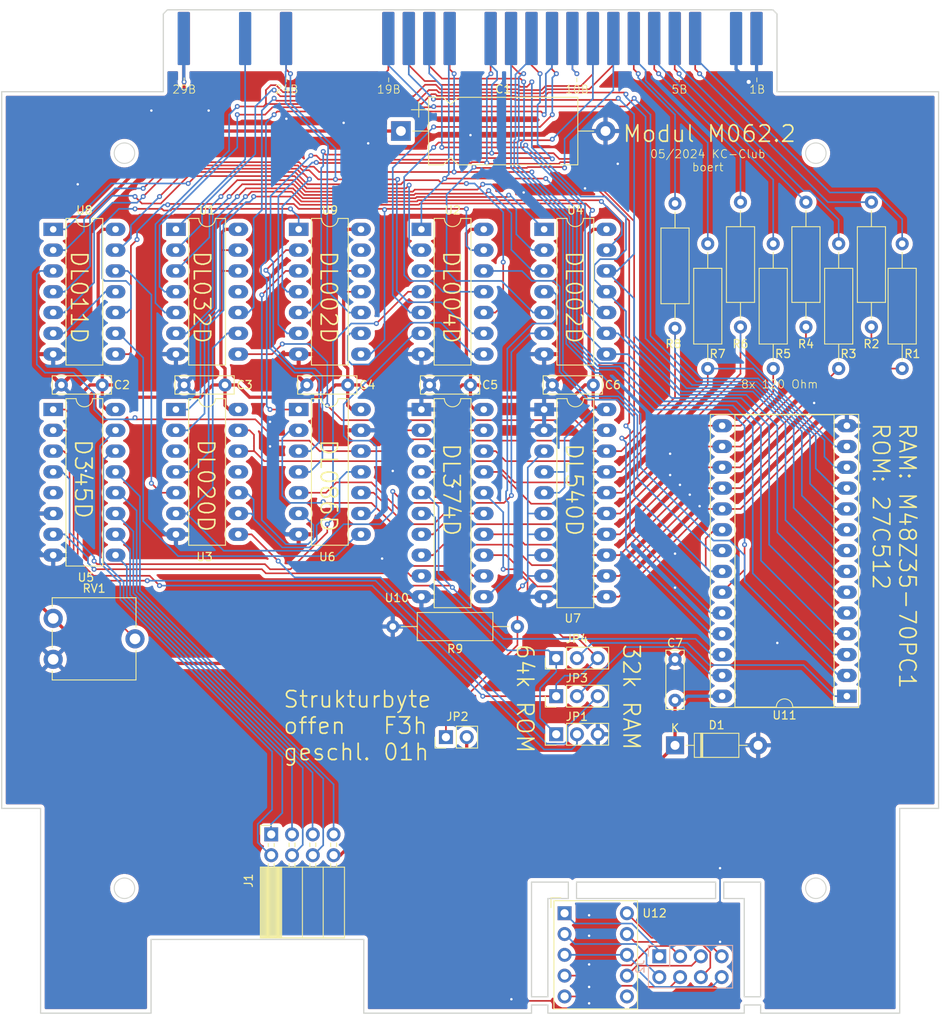
<source format=kicad_pcb>
(kicad_pcb (version 20240108) (generator "pcbnew") (generator_version "8.0")
  (title_block (title "M062.2") (date "12.5.24") (rev "2") (company "KC-Club") (comment 1 "boert"))
  (layers (0 "F.Cu" signal) (31 "B.Cu" signal) (34 "B.Paste" user) (35 "F.Paste" user) (36 "B.SilkS" user "B.Silkscreen") (37 "F.SilkS" user "F.Silkscreen") (38 "B.Mask" user) (39 "F.Mask" user) (44 "Edge.Cuts" user))
  (net 0 "")
  (net 1 "GND")
  (net 2 "+5V")
  (net 3 "/AD15")
  (net 4 "Net-(JP1-C)")
  (net 5 "Net-(JP2-A)")
  (net 6 "/AD14")
  (net 7 "/~{RAM_WR}")
  (net 8 "Net-(JP3-C)")
  (net 9 "Net-(JP4-C)")
  (net 10 "D7")
  (net 11 "Net-(X1-DB7)")
  (net 12 "Net-(X1-DB6)")
  (net 13 "D5")
  (net 14 "Net-(X1-DB5)")
  (net 15 "Net-(X1-DB4)")
  (net 16 "D4")
  (net 17 "Net-(X1-DB3)")
  (net 18 "D3")
  (net 19 "Net-(X1-DB2)")
  (net 20 "D2")
  (net 21 "Net-(X1-DB1)")
  (net 22 "D1")
  (net 23 "Net-(X1-DB0)")
  (net 24 "D0")
  (net 25 "~{IORQ}")
  (net 27 "Net-(U1C-A3)")
  (net 28 "~{MAD}")
  (net 29 "Net-(U1A-Y1)")
  (net 30 "/~{STRUCT}")
  (net 31 "A1")
  (net 32 "~{RD}")
  (net 33 "A0")
  (net 34 "Net-(U1B-Y2)")
  (net 35 "Net-(U2E-Y5)")
  (net 36 "Net-(U2A-Y1)")
  (net 37 "Net-(U2C-Y3)")
  (net 38 "A15")
  (net 39 "Net-(U2B-Y2)")
  (net 40 "MEI")
  (net 41 "~{WR}")
  (net 42 "A6")
  (net 43 "~{MREQ}")
  (net 44 "Net-(U2D-Y4)")
  (net 45 "Net-(U2F-A6)")
  (net 46 "/~{CS}")
  (net 47 "/ctrl1")
  (net 48 "Net-(U3A-B1)")
  (net 50 "Net-(U3A-A1)")
  (net 51 "Net-(U3A-D1)")
  (net 52 "Net-(U3A-C1)")
  (net 54 "A5")
  (net 55 "/Latch")
  (net 56 "A3")
  (net 57 "A2")
  (net 58 "A4")
  (net 59 "/SEG_on")
  (net 60 "/AD13")
  (net 61 "Net-(U5A-RV)")
  (net 63 "/ctrl6")
  (net 64 "/ctrl5")
  (net 65 "/ctrl0")
  (net 66 "Net-(U6A-Y1)")
  (net 67 "/ctrl7")
  (net 68 "Net-(U6B-Y2)")
  (net 69 "A13")
  (net 70 "Net-(U6C-Y3)")
  (net 71 "A14")
  (net 72 "D6")
  (net 73 "Net-(U8B-Y2)")
  (net 74 "Net-(U8C-B3)")
  (net 75 "Net-(U8A-C1)")
  (net 76 "A7")
  (net 77 "MEO")
  (net 78 "A8")
  (net 79 "A9")
  (net 81 "A12")
  (net 82 "A11")
  (net 83 "A10")
  (net 84 "IEI-IEO")
  (net 85 "/fo")
  (net 86 "/do")
  (net 87 "/bo")
  (net 88 "/go")
  (net 89 "/co")
  (net 90 "/ao")
  (net 91 "/eo")
  (net 92 "Net-(J2-Pin_8)")
  (net 93 "/bi")
  (net 94 "/fi")
  (net 95 "/ci")
  (net 96 "/ei")
  (net 97 "/gi")
  (net 98 "/di")
  (net 99 "/ai")
  (footprint "Potentiometer_THT:Potentiometer_ACP_CA9-V10_Vertical" (layer "F.Cu") (at 101 120.5)
    (property "Reference" "RV1")
    (property "Value" "50k")
  )
  (footprint "Package_DIP:DIP-14_W7.62mm_LongPads" (layer "F.Cu") (at 116 68)
    (property "Reference" "U1")
    (property "Value" "DL032D")
  )
  (footprint "Resistor_THT:R_Axial_DIN0309_L9.0mm_D3.2mm_P15.24mm_Horizontal" (layer "F.Cu") (at 185 64.68 -90)
    (property "Reference" "R6")
    (property "Value" "120")
  )
  (footprint "Resistor_THT:R_Axial_DIN0309_L9.0mm_D3.2mm_P15.24mm_Horizontal" (layer "F.Cu") (at 197 85 90)
    (property "Reference" "R3")
    (property "Value" "120")
  )
  (footprint "Capacitor_THT:CP_Axial_L18.0mm_D8.0mm_P25.00mm_Horizontal" (layer "F.Cu") (at 143.5 56)
    (property "Reference" "C1")
    (property "Value" "22µF")
  )
  (footprint "pcb_kicad:KC85_Modul_M062" (layer "F.Cu") (at 114.46 51.2)
    (property "Reference" "X1" (hide yes))
    (property "Value" "KC85_Modulsteckverbinder_M062" (hide yes))
    (fp_line (start -19.75 0) (end -19.75 87.5) (stroke (width 0.15)) (layer "Edge.Cuts"))
    (fp_line (start -15 87.5) (end -19.75 87.5) (stroke (width 0.15)) (layer "Edge.Cuts"))
    (fp_line (start -15 87.5) (end -15 112.5) (stroke (width 0.15)) (layer "Edge.Cuts"))
    (fp_line (start -1.5 103.5) (end -1.5 112.5) (stroke (width 0.15)) (layer "Edge.Cuts"))
    (fp_line (start -1.5 103.5) (end 24.5 103.5) (stroke (width 0.15)) (layer "Edge.Cuts"))
    (fp_line (start -1.5 112.5) (end -15 112.5) (stroke (width 0.15)) (layer "Edge.Cuts"))
    (fp_line (start 0 -9.5) (end 0.5 -10) (stroke (width 0.15)) (layer "Edge.Cuts"))
    (fp_line (start 0 0) (end -19.75 0) (stroke (width 0.15)) (layer "Edge.Cuts"))
    (fp_line (start 0 0) (end 0 -9.5) (stroke (width 0.15)) (layer "Edge.Cuts"))
    (fp_line (start 0.5 -10) (end 74.5 -10) (stroke (width 0.15)) (layer "Edge.Cuts"))
    (fp_line (start 24.5 103.5) (end 24.5 112.5) (stroke (width 0.15)) (layer "Edge.Cuts"))
    (fp_line (start 45 96.5) (end 45 110.5) (stroke (width 0.15)) (layer "Edge.Cuts"))
    (fp_line (start 45 110.5) (end 47 110.5) (stroke (width 0.15)) (layer "Edge.Cuts"))
    (fp_line (start 45 111.5) (end 45 112.5) (stroke (width 0.15)) (layer "Edge.Cuts"))
    (fp_line (start 45 111.5) (end 47 111.5) (stroke (width 0.15)) (layer "Edge.Cuts"))
    (fp_line (start 45 112.5) (end 24.5 112.5) (stroke (width 0.15)) (layer "Edge.Cuts"))
    (fp_line (start 47 98.5) (end 47 110.5) (stroke (width 0.15)) (layer "Edge.Cuts"))
    (fp_line (start 47 111.5) (end 47 112.5) (stroke (width 0.15)) (layer "Edge.Cuts"))
    (fp_line (start 49.5 96.5) (end 45 96.5) (stroke (width 0.15)) (layer "Edge.Cuts"))
    (fp_line (start 49.5 96.5) (end 49.5 98.5) (stroke (width 0.15)) (layer "Edge.Cuts"))
    (fp_line (start 49.5 98.5) (end 47 98.5) (stroke (width 0.15)) (layer "Edge.Cuts"))
    (fp_line (start 50.5 96.5) (end 50.5 98.5) (stroke (width 0.15)) (layer "Edge.Cuts"))
    (fp_line (start 50.5 96.5) (end 67.5 96.5) (stroke (width 0.15)) (layer "Edge.Cuts"))
    (fp_line (start 50.5 98.5) (end 67.5 98.5) (stroke (width 0.15)) (layer "Edge.Cuts"))
    (fp_line (start 67.5 98.5) (end 67.5 96.5) (stroke (width 0.15)) (layer "Edge.Cuts"))
    (fp_line (start 68.5 96.5) (end 73 96.5) (stroke (width 0.15)) (layer "Edge.Cuts"))
    (fp_line (start 68.5 98.5) (end 68.5 96.5) (stroke (width 0.15)) (layer "Edge.Cuts"))
    (fp_line (start 68.5 98.5) (end 71 98.5) (stroke (width 0.15)) (layer "Edge.Cuts"))
    (fp_line (start 71 98.5) (end 71 110.5) (stroke (width 0.15)) (layer "Edge.Cuts"))
    (fp_line (start 71 110.5) (end 73 110.5) (stroke (width 0.15)) (layer "Edge.Cuts"))
    (fp_line (start 71 111.5) (end 71 112.5) (stroke (width 0.15)) (layer "Edge.Cuts"))
    (fp_line (start 71 111.5) (end 73 111.5) (stroke (width 0.15)) (layer "Edge.Cuts"))
    (fp_line (start 71 112.5) (end 47 112.5) (stroke (width 0.15)) (layer "Edge.Cuts"))
    (fp_line (start 73 96.5) (end 73 110.5) (stroke (width 0.15)) (layer "Edge.Cuts"))
    (fp_line (start 73 111.5) (end 73 112.5) (stroke (width 0.15)) (layer "Edge.Cuts"))
    (fp_line (start 75 -9.5) (end 74.5 -10) (stroke (width 0.15)) (layer "Edge.Cuts"))
    (fp_line (start 75 -9.5) (end 75 0) (stroke (width 0.15)) (layer "Edge.Cuts"))
    (fp_line (start 75 0) (end 94.75 0) (stroke (width 0.15)) (layer "Edge.Cuts"))
    (fp_line (start 90 87.5) (end 90 112.5) (stroke (width 0.15)) (layer "Edge.Cuts"))
    (fp_line (start 90 112.5) (end 73 112.5) (stroke (width 0.15)) (layer "Edge.Cuts"))
    (fp_line (start 94.75 0) (end 94.75 87.5) (stroke (width 0.15)) (layer "Edge.Cuts"))
    (fp_line (start 94.75 87.5) (end 90 87.5) (stroke (width 0.15)) (layer "Edge.Cuts"))
    (fp_circle (center -4.75 7.5) (end -3.5 7.5) (stroke (width 0.12)) (fill none) (layer "Edge.Cuts"))
    (fp_circle (center -4.75 97.25) (end -3.5 97.25) (stroke (width 0.12)) (fill none) (layer "Edge.Cuts"))
    (fp_circle (center 79.75 7.5) (end 81 7.5) (stroke (width 0.12)) (fill none) (layer "Edge.Cuts"))
    (fp_circle (center 79.75 97.25) (end 81 97.25) (stroke (width 0.12)) (fill none) (layer "Edge.Cuts"))
  )
  (footprint "Resistor_THT:R_Axial_DIN0309_L9.0mm_D3.2mm_P15.24mm_Horizontal" (layer "F.Cu") (at 157.74 116.5 180)
    (property "Reference" "R9")
    (property "Value" "10k")
  )
  (footprint "Resistor_THT:R_Axial_DIN0309_L9.0mm_D3.2mm_P15.24mm_Horizontal" (layer "F.Cu") (at 181 85 90)
    (property "Reference" "R7")
    (property "Value" "120")
  )
  (footprint "Display_7Segment:Sx39-1xxxxx" (layer "F.Cu") (at 163.5 151.5)
    (property "Reference" "U12")
    (property "Value" "SA39-11GWA")
  )
  (footprint "Package_DIP:DIP-28_W15.24mm_Socket_LongPads" (layer "F.Cu") (at 198 125 180)
    (property "Reference" "U11")
    (property "Value" "U27512")
  )
  (footprint "Resistor_THT:R_Axial_DIN0309_L9.0mm_D3.2mm_P15.24mm_Horizontal" (layer "F.Cu") (at 204.76 85 90)
    (property "Reference" "R1")
    (property "Value" "120")
  )
  (footprint "Resistor_THT:R_Axial_DIN0309_L9.0mm_D3.2mm_P15.24mm_Horizontal" (layer "F.Cu") (at 201 64.68 -90)
    (property "Reference" "R2")
    (property "Value" "120")
  )
  (footprint "Package_DIP:DIP-14_W7.62mm_LongPads" (layer "F.Cu") (at 131 68)
    (property "Reference" "U9")
    (property "Value" "DL002D")
  )
  (footprint "Connector_PinHeader_2.54mm:PinHeader_1x03_P2.54mm_Vertical" (layer "F.Cu") (at 162.475 120.35 90)
    (property "Reference" "JP4")
    (property "Value" "Pin1")
  )
  (footprint "Package_DIP:DIP-14_W7.62mm_LongPads" (layer "F.Cu") (at 146 68)
    (property "Reference" "U2")
    (property "Value" "DL004D")
  )
  (footprint "Diode_THT:D_DO-41_SOD81_P10.16mm_Horizontal" (layer "F.Cu") (at 177 131)
    (property "Reference" "D1")
    (property "Value" "1N5817")
  )
  (footprint "Capacitor_THT:C_Rect_L7.0mm_W2.0mm_P5.00mm" (layer "F.Cu") (at 177 125.5 90)
    (property "Reference" "C7")
    (property "Value" "100n")
  )
  (footprint "Package_DIP:DIP-14_W7.62mm_LongPads" (layer "F.Cu") (at 116 90)
    (property "Reference" "U3")
    (property "Value" "DL020D")
  )
  (footprint "Connector_PinHeader_2.54mm:PinHeader_1x02_P2.54mm_Vertical" (layer "F.Cu") (at 149 130 90)
    (property "Reference" "JP2")
    (property "Value" "F3h/01h")
  )
  (footprint "Capacitor_THT:C_Rect_L7.0mm_W2.0mm_P5.00mm" (layer "F.Cu") (at 152 87 180)
    (property "Reference" "C5")
    (property "Value" "100n")
  )
  (footprint "Connector_PinSocket_2.54mm:PinSocket_2x04_P2.54mm_Horizontal" (layer "F.Cu") (at 127.65 141.875 90)
    (property "Reference" "J1")
    (property "Value" "7-Segment (out)")
  )
  (footprint "Package_DIP:DIP-16_W7.62mm_LongPads" (layer "F.Cu") (at 101 90)
    (property "Reference" "U5")
    (property "Value" "D346D")
  )
  (footprint "Resistor_THT:R_Axial_DIN0309_L9.0mm_D3.2mm_P15.24mm_Horizontal" (layer "F.Cu") (at 193 64.68 -90)
    (property "Reference" "R4")
    (property "Value" "120")
  )
  (footprint "Capacitor_THT:C_Rect_L7.0mm_W2.0mm_P5.00mm" (layer "F.Cu") (at 107 87 180)
    (property "Reference" "C2")
    (property "Value" "100n")
  )
  (footprint "Package_DIP:DIP-14_W7.62mm_LongPads" (layer "F.Cu") (at 101 68)
    (property "Reference" "U8")
    (property "Value" "DL011D")
  )
  (footprint "Resistor_THT:R_Axial_DIN0309_L9.0mm_D3.2mm_P15.24mm_Horizontal" (layer "F.Cu") (at 177 64.84 -90)
    (property "Reference" "R8")
    (property "Value" "120")
  )
  (footprint "Package_DIP:DIP-20_W7.62mm_LongPads" (layer "F.Cu") (at 161 90)
    (property "Reference" "U7")
    (property "Value" "DL540D")
  )
  (footprint "Resistor_THT:R_Axial_DIN0309_L9.0mm_D3.2mm_P15.24mm_Horizontal" (layer "F.Cu") (at 189 85 90)
    (property "Reference" "R5")
    (property "Value" "120")
  )
  (footprint "Capacitor_THT:C_Rect_L7.0mm_W2.0mm_P5.00mm" (layer "F.Cu") (at 167 87 180)
    (property "Reference" "C6")
    (property "Value" "100n")
  )
  (footprint "Capacitor_THT:C_Rect_L7.0mm_W2.0mm_P5.00mm" (layer "F.Cu") (at 122 87 180)
    (property "Reference" "C3")
    (property "Value" "100n")
  )
  (footprint "Package_DIP:DIP-14_W7.62mm_LongPads" (layer "F.Cu") (at 161 68)
    (property "Reference" "U4")
    (property "Value" "DL002D")
  )
  (footprint "Capacitor_THT:C_Rect_L7.0mm_W2.0mm_P5.00mm" (layer "F.Cu") (at 137 87 180)
    (property "Reference" "C4")
    (property "Value" "100n")
  )
  (footprint "Package_DIP:DIP-20_W7.62mm_LongPads" (layer "F.Cu") (at 146 90)
    (property "Reference" "U10")
    (property "Value" "DL374D")
  )
  (footprint "Connector_PinHeader_2.54mm:PinHeader_1x03_P2.54mm_Vertical" (layer "F.Cu") (at 162.475 129.65 90)
    (property "Reference" "JP1")
    (property "Value" "0-7/0-3")
  )
  (footprint "Connector_PinHeader_2.54mm:PinHeader_1x03_P2.54mm_Vertical" (layer "F.Cu") (at 162.475 125 90)
    (property "Reference" "JP3")
    (property "Value" "Pin27")
  )
  (footprint "Package_DIP:DIP-14_W7.62mm_LongPads" (layer "F.Cu") (at 131 90)
    (property "Reference" "U6")
    (property "Value" "DL086D")
  )
  (footprint "Connector_PinHeader_2.54mm:PinHeader_2x04_P2.54mm_Vertical" (layer "B.Cu") (at 175.08 156.76 -90)
    (property "Reference" "J2")
    (property "Value" "7-Segment (in)")
  )
  (gr_line (start 177.5 49.5) (end 177.5 50) (stroke (width 0.1)) (layer "F.SilkS"))
  (gr_line (start 129.5 49.5) (end 129.5 50) (stroke (width 0.1)) (layer "F.SilkS"))
  (gr_line (start 187 49.5) (end 187 50) (stroke (width 0.1)) (layer "F.SilkS"))
  (gr_line (start 117 49.5) (end 117 50) (stroke (width 0.1)) (layer "F.SilkS"))
  (gr_line (start 165 49.5) (end 165 50) (stroke (width 0.1)) (layer "F.SilkS"))
  (gr_line (start 142 49.5) (end 142 50) (stroke (width 0.1)) (layer "F.SilkS"))
  (gr_text "DL011D" (at 103 70.5 -90) (layer "F.SilkS") (effects (font (size 2 2) (thickness 0.2)) (justify left bottom)))
  (gr_text "DL002D" (at 163.5 70.5 -90) (layer "F.SilkS") (effects (font (size 2 2) (thickness 0.2)) (justify left bottom)))
  (gr_text "32k RAM" (at 170.5 118.5 -90) (layer "F.SilkS") (effects (font (size 2 2) (thickness 0.2)) (justify left bottom)))
  (gr_text "DL002D" (at 133.5 70.5 -90) (layer "F.SilkS") (effects (font (size 2 2) (thickness 0.2)) (justify left bottom)))
  (gr_text "10B" (at 163.5 51.5 0) (layer "F.SilkS") (effects (font (size 1 1) (thickness 0.1)) (justify left bottom)))
  (gr_text "8x 120 Ohm" (at 185 87.5 0) (layer "F.SilkS") (effects (font (size 1 1) (thickness 0.1)) (justify left bottom)))
  (gr_text "DL374D" (at 148.5 94 270) (layer "F.SilkS") (effects (font (size 2 2) (thickness 0.2)) (justify left bottom)))
  (gr_text "5B" (at 176.5 51.5 0) (layer "F.SilkS") (effects (font (size 1 1) (thickness 0.1)) (justify left bottom)))
  (gr_text "Strukturbyte\noffen   F3h\ngeschl. 01h" (at 129 133 0) (layer "F.SilkS") (effects (font (size 2 2) (thickness 0.2)) (justify left bottom)))
  (gr_text "D345D" (at 103.5 93.5 -90) (layer "F.SilkS") (effects (font (size 2 2) (thickness 0.2)) (justify left bottom)))
  (gr_text "29B" (at 115.5 51.5 0) (layer "F.SilkS") (effects (font (size 1 1) (thickness 0.1)) (justify left bottom)))
  (gr_text "24B" (at 128 51.5 0) (layer "F.SilkS") (effects (font (size 1 1) (thickness 0.1)) (justify left bottom)))
  (gr_text "05/2024 KC-Club\nboert" (at 181 61 0) (layer "F.SilkS") (effects (font (size 1 1) (thickness 0.1)) (justify bottom)))
  (gr_text "DL004D" (at 148.5 70.5 -90) (layer "F.SilkS") (effects (font (size 2 2) (thickness 0.2)) (justify left bottom)))
  (gr_text "DL540D" (at 163.5 94 -90) (layer "F.SilkS") (effects (font (size 2 2) (thickness 0.2)) (justify left bottom)))
  (gr_text "RAM: M48Z35-70PC1\nROM: 27C512" (at 201 91.5 -90) (layer "F.SilkS") (effects (font (size 2 2) (thickness 0.2)) (justify left bottom)))
  (gr_text "19B" (at 140.5 51.5 0) (layer "F.SilkS") (effects (font (size 1 1) (thickness 0.1)) (justify left bottom)))
  (gr_text "DL032D" (at 118 70.5 -90) (layer "F.SilkS") (effects (font (size 2 2) (thickness 0.2)) (justify left bottom)))
  (gr_text "DL020D" (at 118.5 93.5 -90) (layer "F.SilkS") (effects (font (size 2 2) (thickness 0.2)) (justify left bottom)))
  (gr_text "64k ROM" (at 157.5 118.5 -90) (layer "F.SilkS") (effects (font (size 2 2) (thickness 0.2)) (justify left bottom)))
  (gr_text "DL086D" (at 133.5 93.5 -90) (layer "F.SilkS") (effects (font (size 2 2) (thickness 0.2)) (justify left bottom)))
  (gr_text "1B" (at 186 51.5 0) (layer "F.SilkS") (effects (font (size 1 1) (thickness 0.1)) (justify left bottom)))
  (gr_text "Modul M062.2" (at 170.5 57.5 0) (layer "F.SilkS") (effects (font (size 2 2) (thickness 0.2)) (justify left bottom)))
  (segment (start 147 87) (end 148 86) (width 0.4) (layer "F.Cu") (net 1))
  (segment (start 186.5 124.5) (end 184 127) (width 0.4) (layer "F.Cu") (net 1))
  (segment (start 110 66.4) (end 118 66.4) (width 0.4) (layer "F.Cu") (net 1))
  (segment (start 196.42 91.98) (end 186.5 101.9) (width 0.4) (layer "F.Cu") (net 1))
  (segment (start 161 56.5) (end 161.5 56) (width 0.4) (layer "F.Cu") (net 1))
  (segment (start 117.76 83.24) (end 118 83) (width 0.4) (layer "F.Cu") (net 1))
  (segment (start 103 71) (end 103 83) (width 0.4) (layer "F.Cu") (net 1))
  (segment (start 184 127) (end 181.5 127) (width 0.4) (layer "F.Cu") (net 1))
  (segment (start 146 83.24) (end 147.76 83.24) (width 0.4) (layer "F.Cu") (net 1))
  (segment (start 186.5 101.9) (end 186.5 124.5) (width 0.4) (layer "F.Cu") (net 1))
  (segment (start 161.9 162.2) (end 157.2 162.2) (width 0.2) (layer "F.Cu") (net 1))
  (segment (start 116 83.24) (end 117.76 83.24) (width 0.4) (layer "F.Cu") (net 1))
  (segment (start 186.96 49.04) (end 186 50) (width 0.4) (layer "F.Cu") (net 1))
  (segment (start 178.5 124) (end 178.5 122) (width 0.4) (layer "F.Cu") (net 1))
  (segment (start 148 86) (end 148 83) (width 0.4) (layer "F.Cu") (net 1))
  (segment (start 161.5 56) (end 180 56) (width 0.4) (layer "F.Cu") (net 1))
  (segment (start 165.5 162.5) (end 164.9 163.1) (width 0.2) (layer "F.Cu") (net 1))
  (segment (start 101 111) (end 101 107.78) (width 0.4) (layer "F.Cu") (net 1))
  (segment (start 110 120) (end 101 111) (width 0.4) (layer "F.Cu") (net 1))
  (segment (start 118 86) (end 118 83) (width 0.4) (layer "F.Cu") (net 1))
  (segment (start 148 83) (end 148 66.4) (width 0.4) (layer "F.Cu") (net 1))
  (segment (start 132.76 83.24) (end 133 83) (width 0.4) (layer "F.Cu") (net 1))
  (segment (start 162.4 66.4) (end 163 67) (width 0.4) (layer "F.Cu") (net 1))
  (segment (start 140.4 120) (end 110 120) (width 0.4) (layer "F.Cu") (net 1))
  (segment (start 118 66.4) (end 133 66.4) (width 0.4) (layer "F.Cu") (net 1))
  (segment (start 101 83.24) (end 102.76 83.24) (width 0.4) (layer "F.Cu") (net 1))
  (segment (start 147 56.5) (end 152 56.5) (width 0.4) (layer "F.Cu") (net 1))
  (segment (start 140 58) (end 145.5 58) (width 0.4) (layer "F.Cu") (net 1))
  (segment (start 198 91.98) (end 196.42 91.98) (width 0.4) (layer "F.Cu") (net 1))
  (segment (start 116 57.5) (end 115.75 57.75) (width 0.4) (layer "F.Cu") (net 1))
  (segment (start 110 66.4) (end 107.6 66.4) (width 0.4) (layer "F.Cu") (net 1))
  (segment (start 107.6 66.4) (end 103 71) (width 0.4) (layer "F.Cu") (net 1))
  (segment (start 111.3 62.2) (end 115.75 57.75) (width 0.4) (layer "F.Cu") (net 1))
  (segment (start 103 86) (end 102 87) (width 0.4) (layer "F.Cu") (net 1))
  (segment (start 161 83.24) (end 162.76 83.24) (width 0.4) (layer "F.Cu") (net 1))
  (segment (start 110 63.5) (end 110 66.4) (width 0.4) (layer "F.Cu") (net 1))
  (segment (start 163 67) (end 163 83) (width 0.4) (layer "F.Cu") (net 1))
  (segment (start 145.5 58) (end 147 56.5) (width 0.4) (layer "F.Cu") (net 1))
  (segment (start 133 66.4) (end 133.099997 66.499997) (width 0.4) (layer "F.Cu") (net 1))
  (segment (start 142.5 117.9) (end 140.4 120) (width 0.4) (layer "F.Cu") (net 1))
  (segment (start 133 83) (end 133 66.4) (width 0.4) (layer "F.Cu") (net 1))
  (segment (start 139.5 57.5) (end 140 58) (width 0.4) (layer "F.Cu") (net 1))
  (segment (start 147.900003 66.499997) (end 148 66.4) (width 0.4) (layer "F.Cu") (net 1))
  (segment (start 102.76 83.24) (end 103 83) (width 0.4) (layer "F.Cu") (net 1))
  (segment (start 117 87) (end 118 86) (width 0.4) (layer "F.Cu") (net 1))
  (segment (start 166.5 162.5) (end 165.5 162.5) (width 0.2) (layer "F.Cu") (net 1))
  (segment (start 162.8 163.1) (end 161.9 162.2) (width 0.2) (layer "F.Cu") (net 1))
  (segment (start 111.3 62.2) (end 110 63.5) (width 0.4) (layer "F.Cu") (net 1))
  (segment (start 103 83) (end 103 86) (width 0.4) (layer "F.Cu") (net 1))
  (segment (start 186.96 44.7) (end 186.96 49.04) (width 0.4) (layer "F.Cu") (net 1))
  (segment (start 147.76 83.24) (end 148 83) (width 0.4) (layer "F.Cu") (net 1))
  (segment (start 180 56) (end 186 50) (width 0.4) (layer "F.Cu") (net 1))
  (segment (start 139.5 57.5) (end 116 57.5) (width 0.4) (layer "F.Cu") (net 1))
  (segment (start 152 56.5) (end 161 56.5) (width 0.4) (layer "F.Cu") (net 1))
  (segment (start 133 86) (end 133 83) (width 0.4) (layer "F.Cu") (net 1))
  (segment (start 132 87) (end 133 86) (width 0.4) (layer "F.Cu") (net 1))
  (segment (start 181.5 127) (end 178.5 124) (width 0.4) (layer "F.Cu") (net 1))
  (segment (start 178.5 122) (end 177 120.5) (width 0.4) (layer "F.Cu") (net 1))
  (segment (start 133.099997 66.499997) (end 147.900003 66.499997) (width 0.4) (layer "F.Cu") (net 1))
  (segment (start 131 83.24) (end 132.76 83.24) (width 0.4) (layer "F.Cu") (net 1))
  (segment (start 142.5 116.5) (end 142.5 117.9) (width 0.4) (layer "F.Cu") (net 1))
  (segment (start 163 86) (end 162 87) (width 0.4) (layer "F.Cu") (net 1))
  (segment (start 157.2 162.2) (end 157 162) (width 0.2) (layer "F.Cu") (net 1))
  (segment (start 148 66.4) (end 162.4 66.4) (width 0.4) (layer "F.Cu") (net 1))
  (segment (start 163 83) (end 163 86) (width 0.4) (layer "F.Cu") (net 1))
  (segment (start 164.9 163.1) (end 162.8 163.1) (width 0.2) (layer "F.Cu") (net 1))
  (segment (start 118 83) (end 118 66.4) (width 0.4) (layer "F.Cu") (net 1))
  (segment (start 162.76 83.24) (end 163 83) (width 0.4) (layer "F.Cu") (net 1))
  (via (at 166.5 154.25) (size 0.6) (drill 0.3) (layers "F.Cu" "B.Cu") (net 1))
  (via (at 142.5 97.5) (size 0.6) (drill 0.3) (layers "F.Cu" "B.Cu") (net 1))
  (via (at 149.8 99.4) (size 0.6) (drill 0.3) (layers "F.Cu" "B.Cu") (net 1))
  (via (at 127.5 94.5) (size 0.6) (drill 0.3) (layers "F.Cu" "B.Cu") (net 1))
  (via (at 180 101.8) (size 0.6) (drill 0.3) (layers "F.Cu" "B.Cu") (net 1))
  (via (at 166.5 157.75) (size 0.6) (drill 0.3) (layers "F.Cu" "B.Cu") (net 1))
  (via (at 177 111.75) (size 0.6) (drill 0.3) (layers "F.Cu" "B.Cu") (net 1))
  (via (at 129.5 54.5) (size 0.6) (drill 0.3) (layers "F.Cu" "B.Cu") (net 1))
  (via (at 177.6 99.2) (size 0.6) (drill 0.3) (layers "F.Cu" "B.Cu") (net 1))
  (via (at 152 56.5) (size 0.6) (drill 0.3) (layers "F.Cu" "B.Cu") (net 1))
  (via (at 104 62.5) (size 0.6) (drill 0.3) (layers "F.Cu" "B.Cu") (net 1))
  (via (at 186 50) (size 0.8) (drill 0.5) (layers "F.Cu" "B.Cu") (net 1))
  (via (at 136.5 55) (size 0.6) (drill 0.3) (layers "F.Cu" "B.Cu") (net 1))
  (via (at 113 53.5) (size 0.6) (drill 0.3) (layers "F.Cu" "B.Cu") (net 1))
  (via (at 176.4 98) (size 0.6) (drill 0.3) (layers "F.Cu" "B.Cu") (net 1))
  (via (at 194 89.2) (size 0.6) (drill 0.3) (layers "F.Cu" "B.Cu") (net 1))
  (via (at 157 162) (size 0.6) (drill 0.3) (layers "F.Cu" "B.Cu") (net 1))
  (via (at 127.5 91.5) (size 0.6) (drill 0.3) (layers "F.Cu" "B.Cu") (net 1))
  (via (at 158.5 63.5) (size 0.6) (drill 0.3) (layers "F.Cu" "B.Cu") (net 1))
  (via (at 105 97.5) (size 0.6) (drill 0.3) (layers "F.Cu" "B.Cu") (net 1))
  (via (at 182.5 155) (size 0.6) (drill 0.3) (layers "F.Cu" "B.Cu") (net 1))
  (via (at 177 107.6) (size 0.6) (drill 0.3) (layers "F.Cu" "B.Cu") (net 1))
  (via (at 166.5 151.75) (size 0.6) (drill 0.3) (layers "F.Cu" "B.Cu") (net 1))
  (via (at 139.5 57.5) (size 0.6) (drill 0.3) (layers "F.Cu" "B.Cu") (net 1))
  (via (at 170 60) (size 0.6) (drill 0.3) (layers "F.Cu" "B.Cu") (net 1))
  (via (at 189.5 118.5) (size 0.6) (drill 0.3) (layers "F.Cu" "B.Cu") (net 1))
  (via (at 178.8 100.4) (size 0.6) (drill 0.3) (layers "F.Cu" "B.Cu") (net 1))
  (via (at 120 53.5) (size 0.6) (drill 0.3) (layers "F.Cu" "B.Cu") (net 1))
  (via (at 141.2 108.2) (size 0.6) (drill 0.3) (layers "F.Cu" "B.Cu") (net 1))
  (via (at 166.5 162.5) (size 0.6) (drill 0.3) (layers "F.Cu" "B.Cu") (net 1))
  (via (at 166.5 160.5) (size 0.6) (drill 0.3) (layers "F.Cu" "B.Cu") (net 1))
  (via (at 176.4 95.4) (size 0.6) (drill 0.3) (layers "F.Cu" "B.Cu") (net 1))
  (via (at 166 63) (size 0.6) (drill 0.3) (layers "F.Cu" "B.Cu") (net 1))
  (via (at 182.5 146) (size 0.6) (drill 0.3) (layers "F.Cu" "B.Cu") (net 1))
  (segment (start 161 112.86) (end 158.278975 112.86) (width 0.4) (layer "B.Cu") (net 1))
  (segment (start 161 90) (end 159 90) (width 0.2) (layer "B.Cu") (net 1))
  (segment (start 143.5 111.36863) (end 143.5 92.5) (width 0.4) (layer "B.Cu") (net 1))
  (segment (start 159 90) (end 159 92.5) (width 0.4) (layer "B.Cu") (net 1))
  (segment (start 116 105.24) (end 114.74 105.24) (width 0.4) (layer "B.Cu") (net 1))
  (segment (start 167.6 131.2) (end 168.3 131.2) (width 0.4) (layer "B.Cu") (net 1))
  (segment (start 129.5 88.1) (end 130.9 88.1) (width 0.4) (layer "B.Cu") (net 1))
  (segment (start 130.9 88.1) (end 132 87) (width 0.4) (layer "B.Cu") (net 1))
  (segment (start 138.62 92.54) (end 143.46 92.54) (width 0.2) (layer "B.Cu") (net 1))
  (segment (start 146 90) (end 143.5 90) (width 0.2) (layer "B.Cu") (net 1))
  (segment (start 115.8 88.2) (end 117 87) (width 0.4) (layer "B.Cu") (net 1))
  (segment (start 167.555 131.155) (end 167.6 131.2) (width 0.4) (layer "B.Cu") (net 1))
  (segment (start 162 87) (end 161 88) (width 0.4) (layer "B.Cu") (net 1))
  (segment (start 184.46 44.7) (end 184.46 48.46) (width 0.4) (layer "B.Cu") (net 1))
  (segment (start 99.2 102.7) (end 99 102.5) (width 0.4) (layer "B.Cu") (net 1))
  (segment (start 144.99137 112.86) (end 143.5 111.36863) (width 0.4) (layer "B.Cu") (net 1))
  (segment (start 186.96 44.7) (end 186.96 49.04) (width 0.4) (layer "B.Cu") (net 1))
  (segment (start 114 104.5) (end 114 88.6) (width 0.4) (layer "B.Cu") (net 1))
  (segment (start 143.9 88.1) (end 145.9 88.1) (width 0.4) (layer "B.Cu") (net 1))
  (segment (start 159 95.848528) (end 158.1 96.748528) (width 0.4) (layer "B.Cu") (net 1))
  (segment (start 99 102.5) (end 99 88.6) (width 0.4) (layer "B.Cu") (net 1))
  (segment (start 157.353797 111.106394) (end 157.353797 111.934822) (width 0.4) (layer "B.Cu") (net 1))
  (segment (start 114.74 105.24) (end 114 104.5) (width 0.4) (layer "B.Cu") (net 1))
  (segment (start 161 88) (end 159 88) (width 0.4) (layer "B.Cu") (net 1))
  (segment (start 157.459487 112.040513) (end 157.459487 112.040512) (width 0.4) (layer "B.Cu") (net 1))
  (segment (start 101 107.78) (end 99.78 107.78) (width 0.4) (layer "B.Cu") (net 1))
  (segment (start 167.555 129.65) (end 167.555 131.155) (width 0.4) (layer "B.Cu") (net 1))
  (segment (start 184.46 48.46) (end 186 50) (width 0.4) (layer "B.Cu") (net 1))
  (segment (start 114 88.6) (end 114.4 88.2) (width 0.4) (layer "B.Cu") (net 1))
  (segment (start 182.5 146) (end 182.5 155) (width 0.2) (layer "B.Cu") (net 1))
  (segment (start 159.04 92.54) (end 159 92.5) (width 0.4) (layer "B.Cu") (net 1))
  (segment (start 99 107) (end 99 102.5) (width 0.4) (layer "B.Cu") (net 1))
  (segment (start 143.5 92.5) (end 143.5 90) (width 0.4) (layer "B.Cu") (net 1))
  (segment (start 128.4 89.2) (end 129.5 88.1) (width 0.4) (layer "B.Cu") (net 1))
  (segment (start 168.5 131) (end 167 132.5) (width 0.4) (layer "B.Cu") (net 1))
  (segment (start 158.1 96.748528) (end 158.1 110.360191) (width 0.4) (layer "B.Cu") (net 1))
  (segment (start 167 132.5) (end 157 132.5) (width 0.4) (layer "B.Cu") (net 1))
  (segment (start 172.5 127) (end 168.5 131) (width 0.4) (layer "B.Cu") (net 1))
  (segment (start 161 92.54) (end 159.04 92.54) (width 0.2) (layer "B.Cu") (net 1))
  (segment (start 157 132.5) (end 142.5 118) (width 0.4) (layer "B.Cu") (net 1))
  (segment (start 157.353797 111.934822) (end 157.459487 112.040513) (width 0.4) (layer "B.Cu") (net 1))
  (segment (start 159 88) (end 159 90) (width 0.4) (layer "B.Cu") (net 1))
  (segment (start 172.5 125) (end 172.5 127) (width 0.4) (layer "B.Cu") (net 1))
  (segment (start 114.4 88.2) (end 115.8 88.2) (width 0.4) (layer "B.Cu") (net 1))
  (segment (start 99.78 107.78) (end 99 107) (width 0.4) (layer "B.Cu") (net 1))
  (segment (start 131 105.24) (end 129.44 105.24) (width 0.4) (layer "B.Cu") (net 1))
  (segment (start 128.4 104.2) (end 128.4 89.2) (width 0.4) (layer "B.Cu") (net 1))
  (segment (start 101 102.7) (end 99.2 102.7) (width 0.4) (layer "B.Cu") (net 1))
  (segment (start 100.9 88.1) (end 102 87) (width 0.4) (layer "B.Cu") (net 1))
  (segment (start 158.278975 112.86) (end 157.459487 112.040513) (width 0.4) (layer "B.Cu") (net 1))
  (segment (start 143.5 88.5) (end 143.9 88.1) (width 0.4) (layer "B.Cu") (net 1))
  (segment (start 143.5 90) (end 143.5 88.5) (width 0.4) (layer "B.Cu") (net 1))
  (segment (start 177 120.5) (end 172.5 125) (width 0.4) (layer "B.Cu") (net 1))
  (segment (start 168.3 131.2) (end 168.5 131) (width 0.4) (layer "B.Cu") (net 1))
  (segment (start 143.46 92.54) (end 143.5 92.5) (width 0.4) (layer "B.Cu") (net 1))
  (segment (start 145.9 88.1) (end 147 87) (width 0.4) (layer "B.Cu") (net 1))
  (segment (start 129.44 105.24) (end 128.4 104.2) (width 0.4) (layer "B.Cu") (net 1))
  (segment (start 142.5 118) (end 142.5 116.5) (width 0.4) (layer "B.Cu") (net 1))
  (segment (start 99 88.6) (end 99.5 88.1) (width 0.4) (layer "B.Cu") (net 1))
  (segment (start 158.1 110.360191) (end 157.353797 111.106394) (width 0.4) (layer "B.Cu") (net 1))
  (segment (start 99.5 88.1) (end 100.9 88.1) (width 0.4) (layer "B.Cu") (net 1))
  (segment (start 159 92.5) (end 159 95.848528) (width 0.4) (layer "B.Cu") (net 1))
  (segment (start 146 112.86) (end 144.99137 112.86) (width 0.4) (layer "B.Cu") (net 1))
  (segment (start 186.96 49.04) (end 186 50) (width 0.4) (layer "B.Cu") (net 1))
  (segment (start 166.5 84.5) (end 166.5 68.5) (width 0.4) (layer "F.Cu") (net 2))
  (segment (start 116.96 44.7) (end 116.96 49.96) (width 0.4) (layer "F.Cu") (net 2))
  (segment (start 125 88.5) (end 134 88.5) (width 0.4) (layer "F.Cu") (net 2))
  (segment (start 123.62 68) (end 122 68) (width 0.4) (layer "F.Cu") (net 2))
  (segment (start 167 89.5) (end 167.5 90) (width 0.4) (layer "F.Cu") (net 2))
  (segment (start 138.5 87) (end 140 88.5) (width 0.4) (layer "F.Cu") (net 2))
  (segment (start 137.5 90) (end 137 89.5) (width 0.4) (layer "F.Cu") (net 2))
  (segment (start 136.58 73.08) (end 136.5 73) (width 0.4) (layer "F.Cu") (net 2))
  (segment (start 122.5 90) (end 122 89.5) (width 0.4) (layer "F.Cu") (net 2))
  (segment (start 108.62 90) (end 107.5 90) (width 0.4) (layer "F.Cu") (net 2))
  (segment (start 117 56) (end 117 55) (width 0.4) (layer "F.Cu") (net 2))
  (segment (start 177 125.5) (end 177 131) (width 0.4) (layer "F.Cu") (net 2))
  (segment (start 137 87) (end 137 85) (width 0.4) (layer "F.Cu") (net 2))
  (segment (start 106.5 84.5) (end 106.5 68.5) (width 0.4) (layer "F.Cu") (net 2))
  (segment (start 164.5 88.5) (end 166 87) (width 0.4) (layer "F.Cu") (net 2))
  (segment (start 105.5 66.5) (end 116 56) (width 0.4) (layer "F.Cu") (net 2))
  (segment (start 151 87) (end 152 87) (width 0.4) (layer "F.Cu") (net 2))
  (segment (start 117 55) (end 117 50) (width 0.4) (layer "F.Cu") (net 2))
  (segment (start 152.5 90) (end 152 89.5) (width 0.4) (layer "F.Cu") (net 2))
  (segment (start 137 89.5) (end 137 87) (width 0.4) (layer "F.Cu") (net 2))
  (segment (start 106.5 121) (end 140.5 121) (width 0.4) (layer "F.Cu") (net 2))
  (segment (start 107 85) (end 106.5 84.5) (width 0.4) (layer "F.Cu") (net 2))
  (segment (start 167 68) (end 168.62 68) (width 0.4) (layer "F.Cu") (net 2))
  (segment (start 167 85) (end 166.5 84.5) (width 0.4) (layer "F.Cu") (net 2))
  (segment (start 151.54 130) (end 151.54 132.46) (width 0.4) (layer "F.Cu") (net 2))
  (segment (start 107 87) (end 107 89.5) (width 0.4) (layer "F.Cu") (net 2))
  (segment (start 121.5 70.5) (end 121.5 73) (width 0.4) (layer "F.Cu") (net 2))
  (segment (start 99.5 66.5) (end 105.5 66.5) (width 0.4) (layer "F.Cu") (net 2))
  (segment (start 121.54 70.54) (end 121.5 70.5) (width 0.4) (layer "F.Cu") (net 2))
  (segment (start 107 87) (end 107 85) (width 0.4) (layer "F.Cu") (net 2))
  (segment (start 140.5 121) (end 146.5 127) (width 0.4) (layer "F.Cu") (net 2))
  (segment (start 122 89.5) (end 122 87) (width 0.4) (layer "F.Cu") (net 2))
  (segment (start 167.5 90) (end 168.62 90) (width 0.4) (layer "F.Cu") (net 2))
  (segment (start 136.5 84.5) (end 136.5 75.5) (width 0.4) (layer "F.Cu") (net 2))
  (segment (start 122 87) (end 122 85) (width 0.4) (layer "F.Cu") (net 2))
  (segment (start 135.5 87) (end 137 87) (width 0.4) (layer "F.Cu") (net 2))
  (segment (start 152 85) (end 151.5 84.5) (width 0.4) (layer "F.Cu") (net 2))
  (segment (start 120.5 87) (end 119 88.5) (width 0.4) (layer "F.Cu") (net 2))
  (segment (start 137 85) (end 136.5 84.5) (width 0.4) (layer "F.Cu") (net 2))
  (segment (start 136.085 144.415) (end 135.27 144.415) (width 0.4) (layer "F.Cu") (net 2))
  (segment (start 151.5 68.5) (end 152 68) (width 0.4) (layer "F.Cu") (net 2))
  (segment (start 97.5 68.5) (end 99.5 66.5) (width 0.4) (layer "F.Cu") (net 2))
  (segment (start 146.5 134) (end 136.085 144.415) (width 0.4) (layer "F.Cu") (net 2))
  (segment (start 121.5 68.5) (end 121.5 70.5) (width 0.4) (layer "F.Cu") (net 2))
  (segment (start 97.5 88.5) (end 97.5 112) (width 0.4) (layer "F.Cu") (net 2))
  (segment (start 152 87) (end 153 87) (width 0.4) (layer "F.Cu") (net 2))
  (segment (start 107.5 90) (end 107 89.5) (width 0.4) (layer "F.Cu") (net 2))
  (segment (start 138.62 73.08) (end 136.58 73.08) (width 0.2) (layer "F.Cu") (net 2))
  (segment (start 107 87) (end 108.5 87) (width 0.4) (layer "F.Cu") (net 2))
  (segment (start 152 87) (end 152 85) (width 0.4) (layer "F.Cu") (net 2))
  (segment (start 122 87) (end 120.5 87) (width 0.4) (layer "F.Cu") (net 2))
  (segment (start 152 89.5) (end 152 87) (width 0.4) (layer "F.Cu") (net 2))
  (segment (start 151.5 84.5) (end 151.5 68.5) (width 0.4) (layer "F.Cu") (net 2))
  (segment (start 175.5 132.5) (end 151.5 132.5) (width 0.4) (layer "F.Cu") (net 2))
  (segment (start 153 87) (end 154.5 88.5) (width 0.4) (layer "F.Cu") (net 2))
  (segment (start 119 88.5) (end 110 88.5) (width 0.4) (layer "F.Cu") (net 2))
  (segment (start 101 115.5) (end 106.5 121) (width 0.4) (layer "F.Cu") (net 2))
  (segment (start 107 87) (end 105.5 87) (width 0.4) (layer "F.Cu") (net 2))
  (segment (start 121.58 73.08) (end 121.5 73) (width 0.4) (layer "F.Cu") (net 2))
  (segment (start 146.5 127) (end 146.5 134) (width 0.4) (layer "F.Cu") (net 2))
  (segment (start 97.5 112) (end 101 115.5) (width 0.4) (layer "F.Cu") (net 2))
  (segment (start 138.62 75.62) (end 136.62 75.62) (width 0.2) (layer "F.Cu") (net 2))
  (segment (start 136.62 75.62) (end 136.5 75.5) (width 0.4) (layer "F.Cu") (net 2))
  (segment (start 107 68) (end 108.62 68) (width 0.4) (layer "F.Cu") (net 2))
  (segment (start 123.62 90) (end 122.5 90) (width 0.4) (layer "F.Cu") (net 2))
  (segment (start 136.5 75.5) (end 136.5 73) (width 0.4) (layer "F.Cu") (net 2))
  (segment (start 151.54 132.46) (end 151.5 132.5) (width 0.4) (layer "F.Cu") (net 2))
  (segment (start 108.5 87) (end 110 88.5) (width 0.4) (layer "F.Cu") (net 2))
  (segment (start 166 87) (end 167 87) (width 0.4) (layer "F.Cu") (net 2))
  (segment (start 121.5 73) (end 121.5 84.5) (width 0.4) (layer "F.Cu") (net 2))
  (segment (start 177 131) (end 175.5 132.5) (width 0.4) (layer "F.Cu") (net 2))
  (segment (start 123.62 70.54) (end 121.54 70.54) (width 0.2) (layer "F.Cu") (net 2))
  (segment (start 116.96 49.96) (end 117 50) (width 0.4) (layer "F.Cu") (net 2))
  (segment (start 134 88.5) (end 135.5 87) (width 0.4) (layer "F.Cu") (net 2))
  (segment (start 122 87) (end 123.5 87) (width 0.4) (layer "F.Cu") (net 2))
  (segment (start 149.5 88.5) (end 151 87) (width 0.4) (layer "F.Cu") (net 2))
  (segment (start 144 56) (end 117 56) (width 0.4) (layer "F.Cu") (net 2))
  (segment (start 123.62 73.08) (end 121.58 73.08) (width 0.2) (layer "F.Cu") (net 2))
  (segment (start 167 87) (end 167 89.5) (width 0.4) (layer "F.Cu") (net 2))
  (segment (start 137 68) (end 138.62 68) (width 0.4) (layer "F.Cu") (net 2))
  (segment (start 138.62 90) (end 137.5 90) (width 0.4) (layer "F.Cu") (net 2))
  (segment (start 154.5 88.5) (end 164.5 88.5) (width 0.4) (layer "F.Cu") (net 2))
  (segment (start 123.5 87) (end 125 88.5) (width 0.4) (layer "F.Cu") (net 2))
  (segment (start 117 56) (end 116 56) (width 0.4) (layer "F.Cu") (net 2))
  (segment (start 97.5 88.5) (end 104 88.5) (width 0.4) (layer "F.Cu") (net 2))
  (segment (start 106.5 68.5) (end 107 68) (width 0.4) (layer "F.Cu") (net 2))
  (segment (start 97.5 88.5) (end 97.5 68.5) (width 0.4) (layer "F.Cu") (net 2))
  (segment (start 146.5 132.5) (end 151.5 132.5) (width 0.4) (layer "F.Cu") (net 2))
  (segment (start 166.5 68.5) (end 167 68) (width 0.4) (layer "F.Cu") (net 2))
  (segment (start 136.5 68.5) (end 137 68) (width 0.4) (layer "F.Cu") (net 2))
  (segment (start 122 85) (end 121.5 84.5) (width 0.4) (layer "F.Cu") (net 2))
  (segment (start 152 68) (end 153.62 68) (width 0.4) (layer "F.Cu") (net 2))
  (segment (start 122 68) (end 121.5 68.5) (width 0.4) (layer "F.Cu") (net 2))
  (segment (start 140 88.5) (end 149.5 88.5) (width 0.4) (layer "F.Cu") (net 2))
  (segment (start 137 87) (end 138.5 87) (width 0.4) (layer "F.Cu") (net 2))
  (segment (start 153.62 90) (end 152.5 90) (width 0.4) (layer "F.Cu") (net 2))
  (segment (start 167 87) (end 167 85) (width 0.4) (layer "F.Cu") (net 2))
  (segment (start 105.5 87) (end 104 88.5) (width 0.4) (layer "F.Cu") (net 2))
  (segment (start 136.5 73) (end 136.5 68.5) (width 0.4) (layer "F.Cu") (net 2))
  (via (at 117 50) (size 0.6) (drill 0.3) (layers "F.Cu" "B.Cu") (net 2))
  (segment (start 116.96 49.96) (end 117 50) (width 0.4) (layer "B.Cu") (net 2))
  (segment (start 182.76 125) (end 178.5 125) (width 0.4) (layer "B.Cu") (net 2))
  (segment (start 178 125.5) (end 177 125.5) (width 0.4) (layer "B.Cu") (net 2))
  (segment (start 161 100.16) (end 162.84 100.16) (width 0.2) (layer "B.Cu") (net 2))
  (segment (start 162.84 100.16) (end 163.5 99.5) (width 0.2) (layer "B.Cu") (net 2))
  (segment (start 161 97.62) (end 163.5 97.62) (width 0.2) (layer "B.Cu") (net 2))
  (segment (start 163.5 99.5) (end 163.5 93.5) (width 0.2) (layer "B.Cu") (net 2))
  (segment (start 116.96 44.7) (end 116.96 49.96) (width 0.4) (layer "B.Cu") (net 2))
  (segment (start 163.5 93.5) (end 167 90) (width 0.2) (layer "B.Cu") (net 2))
  (segment (start 167 90) (end 168.62 90) (width 0.2) (layer "B.Cu") (net 2))
  (segment (start 178.5 125) (end 178 125.5) (width 0.4) (layer "B.Cu") (net 2))
  (segment (start 160.5 124) (end 162.475 122.025) (width 0.2) (layer "B.Cu") (net 3))
  (segment (start 162.475 129.65) (end 160.5 127.675) (width 0.2) (layer "B.Cu") (net 3))
  (segment (start 156.507309 119.4) (end 147.7 110.592691) (width 0.2) (layer "B.Cu") (net 3))
  (segment (start 162.475 122.025) (end 162.475 120.35) (width 0.2) (layer "B.Cu") (net 3))
  (segment (start 147.2 102.7) (end 146 102.7) (width 0.2) (layer "B.Cu") (net 3))
  (segment (start 160.5 127.675) (end 160.5 124) (width 0.2) (layer "B.Cu") (net 3))
  (segment (start 162.475 120.35) (end 161.525 119.4) (width 0.2) (layer "B.Cu") (net 3))
  (segment (start 147.7 110.592691) (end 147.7 103.2) (width 0.2) (layer "B.Cu") (net 3))
  (segment (start 161.525 119.4) (end 156.507309 119.4) (width 0.2) (layer "B.Cu") (net 3))
  (segment (start 147.7 103.2) (end 147.2 102.7) (width 0.2) (layer "B.Cu") (net 3))
  (segment (start 103.5 108.5) (end 103.5 93.5) (width 0.2) (layer "F.Cu") (net 4))
  (segment (start 105.9 110.9) (end 103.5 108.5) (width 0.2) (layer "F.Cu") (net 4))
  (segment (start 112.5 110.9) (end 105.9 110.9) (width 0.2) (layer "F.Cu") (net 4))
  (segment (start 103.5 93.5) (end 102.54 92.54) (width 0.2) (layer "F.Cu") (net 4))
  (segment (start 102.54 92.54) (end 101 92.54) (width 0.2) (layer "F.Cu") (net 4))
  (via (at 112.5 110.9) (size 0.6) (drill 0.3) (layers "F.Cu" "B.Cu") (net 4))
  (segment (start 161 131.5) (end 164.367081 131.5) (width 0.2) (layer "B.Cu") (net 4))
  (segment (start 112.5 110.9) (end 140.4 110.9) (width 0.2) (layer "B.Cu") (net 4))
  (segment (start 164.367081 131.5) (end 165.015 130.852081) (width 0.2) (layer "B.Cu") (net 4))
  (segment (start 165.015 130.852081) (end 165.015 129.65) (width 0.2) (layer "B.Cu") (net 4))
  (segment (start 140.4 110.9) (end 161 131.5) (width 0.2) (layer "B.Cu") (net 4))
  (segment (start 149 130) (end 149 127.5) (width 0.2) (layer "F.Cu") (net 5))
  (segment (start 157.74 118.76) (end 157.74 112.134405) (width 0.2) (layer "F.Cu") (net 5))
  (segment (start 157.74 112.134405) (end 158.353797 111.520608) (width 0.2) (layer "F.Cu") (net 5))
  (segment (start 149 127.5) (end 157.74 118.76) (width 0.2) (layer "F.Cu") (net 5))
  (via (at 158.353797 111.520608) (size 0.6) (drill 0.3) (layers "F.Cu" "B.Cu") (net 5))
  (segment (start 159 110.5) (end 159 110.874405) (width 0.2) (layer "B.Cu") (net 5))
  (segment (start 159.02 107.78) (end 159 107.8) (width 0.2) (layer "B.Cu") (net 5))
  (segment (start 161 107.78) (end 159.02 107.78) (width 0.2) (layer "B.Cu") (net 5))
  (segment (start 159.06 105.24) (end 159 105.3) (width 0.2) (layer "B.Cu") (net 5))
  (segment (start 159 97.08) (end 159 102.5) (width 0.2) (layer "B.Cu") (net 5))
  (segment (start 161 95.08) (end 159 97.08) (width 0.2) (layer "B.Cu") (net 5))
  (segment (start 159.08 110.32) (end 159 110.4) (width 0.2) (layer "B.Cu") (net 5))
  (segment (start 159 102.5) (end 159 103) (width 0.2) (layer "B.Cu") (net 5))
  (segment (start 159 110.874405) (end 158.353797 111.520608) (width 0.2) (layer "B.Cu") (net 5))
  (segment (start 161 105.24) (end 159.06 105.24) (width 0.2) (layer "B.Cu") (net 5))
  (segment (start 161 102.7) (end 159 102.7) (width 0.2) (layer "B.Cu") (net 5))
  (segment (start 159 105.5) (end 159 108) (width 0.2) (layer "B.Cu") (net 5))
  (segment (start 161 110.32) (end 159.08 110.32) (width 0.2) (layer "B.Cu") (net 5))
  (segment (start 159 108) (end 159 110.5) (width 0.2) (layer "B.Cu") (net 5))
  (segment (start 159 103) (end 159 105.5) (width 0.2) (layer "B.Cu") (net 5))
  (segment (start 102.5 90) (end 104 91.5) (width 0.2) (layer "F.Cu") (net 6))
  (segment (start 158.970001 110.970001) (end 157.5 109.5) (width 0.2) (layer "F.Cu") (net 6))
  (segment (start 163.295 117.795) (end 158.970001 113.470001) (width 0.2) (layer "F.Cu") (net 6))
  (segment (start 162.475 125) (end 153.5 125) (width 0.2) (layer "F.Cu") (net 6))
  (segment (start 112.8 110.3) (end 114 111.5) (width 0.2) (layer "F.Cu") (net 6))
  (segment (start 105.951471 110.3) (end 112.8 110.3) (width 0.2) (layer "F.Cu") (net 6))
  (segment (start 101 90) (end 102.5 90) (width 0.2) (layer "F.Cu") (net 6))
  (segment (start 104 91.5) (end 104 108.348529) (width 0.2) (layer "F.Cu") (net 6))
  (segment (start 158.970001 113.470001) (end 158.970001 110.970001) (width 0.2) (layer "F.Cu") (net 6))
  (segment (start 157.5 109.5) (end 156 109.5) (width 0.2) (layer "F.Cu") (net 6))
  (segment (start 104 108.348529) (end 105.951471 110.3) (width 0.2) (layer "F.Cu") (net 6))
  (segment (start 165 117.795) (end 163.295 117.795) (width 0.2) (layer "F.Cu") (net 6))
  (segment (start 167.555 120.35) (end 165 117.795) (width 0.2) (layer "F.Cu") (net 6))
  (via (at 156 109.5) (size 0.6) (drill 0.3) (layers "F.Cu" "B.Cu") (net 6))
  (via (at 114 111.5) (size 0.6) (drill 0.3) (layers "F.Cu" "B.Cu") (net 6))
  (via (at 153.5 125) (size 0.6) (drill 0.3) (layers "F.Cu" "B.Cu") (net 6))
  (segment (start 140 111.5) (end 153.5 125) (width 0.2) (layer "B.Cu") (net 6))
  (segment (start 153.62 100.16) (end 156 102.54) (width 0.2) (layer "B.Cu") (net 6))
  (segment (start 165.405 122.5) (end 167.555 120.35) (width 0.2) (layer "B.Cu") (net 6))
  (segment (start 163.5 122.5) (end 165.405 122.5) (width 0.2) (layer "B.Cu") (net 6))
  (segment (start 162.475 125) (end 162.475 123.525) (width 0.2) (layer "B.Cu") (net 6))
  (segment (start 156 102.54) (end 156 109.5) (width 0.2) (layer "B.Cu") (net 6))
  (segment (start 114 111.5) (end 140 111.5) (width 0.2) (layer "B.Cu") (net 6))
  (segment (start 162.475 123.525) (end 163.5 122.5) (width 0.2) (layer "B.Cu") (net 6))
  (segment (start 125.24 105.24) (end 123.62 105.24) (width 0.2) (layer "F.Cu") (net 7))
  (segment (start 128.5 108.5) (end 125.24 105.24) (width 0.2) (layer "F.Cu") (net 7))
  (via (at 128.5 108.5) (size 0.6) (drill 0.3) (layers "F.Cu" "B.Cu") (net 7))
  (segment (start 128.5 108.5) (end 130.5 110.5) (width 0.2) (layer "B.Cu") (net 7))
  (segment (start 163.865 130.435) (end 163.865 128.69) (width 0.2) (layer "B.Cu") (net 7))
  (segment (start 141 110.5) (end 161.3 130.8) (width 0.2) (layer "B.Cu") (net 7))
  (segment (start 163.5 130.8) (end 163.865 130.435) (width 0.2) (layer "B.Cu") (net 7))
  (segment (start 130.5 110.5) (end 141 110.5) (width 0.2) (layer "B.Cu") (net 7))
  (segment (start 163.865 128.69) (end 167.555 125) (width 0.2) (layer "B.Cu") (net 7))
  (segment (start 161.3 130.8) (end 163.5 130.8) (width 0.2) (layer "B.Cu") (net 7))
  (segment (start 181.46 122.46) (end 178 119) (width 0.2) (layer "B.Cu") (net 8))
  (segment (start 178 119) (end 171.015 119) (width 0.2) (layer "B.Cu") (net 8))
  (segment (start 171.015 119) (end 165.015 125) (width 0.2) (layer "B.Cu") (net 8))
  (segment (start 182.76 122.46) (end 181.46 122.46) (width 0.2) (layer "B.Cu") (net 8))
  (segment (start 196.5 125) (end 192.7 121.2) (width 0.2) (layer "B.Cu") (net 9))
  (segment (start 192.7 121.2) (end 181.2 121.2) (width 0.2) (layer "B.Cu") (net 9))
  (segment (start 178.5 118.5) (end 166.865 118.5) (width 0.2) (layer "B.Cu") (net 9))
  (segment (start 166.865 118.5) (end 165.015 120.35) (width 0.2) (layer "B.Cu") (net 9))
  (segment (start 181.2 121.2) (end 178.5 118.5) (width 0.2) (layer "B.Cu") (net 9))
  (segment (start 198 125) (end 196.5 125) (width 0.2) (layer "B.Cu") (net 9))
  (segment (start 164.1 111.6) (end 165.36 112.86) (width 0.2) (layer "F.Cu") (net 10))
  (segment (start 165.36 112.86) (end 168.62 112.86) (width 0.2) (layer "F.Cu") (net 10))
  (segment (start 202.131374 85) (end 184.991374 102.14) (width 0.2) (layer "F.Cu") (net 10))
  (segment (start 170.14 112.86) (end 180.86 102.14) (width 0.2) (layer "F.Cu") (net 10))
  (segment (start 168.62 112.86) (end 170.14 112.86) (width 0.2) (layer "F.Cu") (net 10))
  (segment (start 184.991374 102.14) (end 182.76 102.14) (width 0.2) (layer "F.Cu") (net 10))
  (segment (start 153.62 107.78) (end 156.345685 107.78) (width 0.2) (layer "F.Cu") (net 10))
  (segment (start 156.345685 107.78) (end 160.165685 111.6) (width 0.2) (layer "F.Cu") (net 10))
  (segment (start 160.165685 111.6) (end 164.1 111.6) (width 0.2) (layer "F.Cu") (net 10))
  (segment (start 180.86 102.14) (end 182.76 102.14) (width 0.2) (layer "F.Cu") (net 10))
  (segment (start 204.76 85) (end 202.131374 85) (width 0.2) (layer "F.Cu") (net 10))
  (segment (start 195.919239 63.5) (end 201.5 63.5) (width 0.2) (layer "B.Cu") (net 11))
  (segment (start 204.76 66.76) (end 204.76 69.76) (width 0.2) (layer "B.Cu") (net 11))
  (segment (start 179.46 47.040761) (end 195.919239 63.5) (width 0.2) (layer "B.Cu") (net 11))
  (segment (start 201.5 63.5) (end 204.76 66.76) (width 0.2) (layer "B.Cu") (net 11))
  (segment (start 179.46 44.7) (end 179.46 47.040761) (width 0.2) (layer "B.Cu") (net 11))
  (segment (start 179.46 48.46001) (end 179.99999 49) (width 0.2) (layer "F.Cu") (net 12))
  (segment (start 179.46 44.7) (end 179.46 48.46001) (width 0.2) (layer "F.Cu") (net 12))
  (via (at 179.99999 49) (size 0.6) (drill 0.3) (layers "F.Cu" "B.Cu") (net 12))
  (segment (start 201 64.68) (end 195.67999 64.68) (width 0.2) (layer "B.Cu") (net 12))
  (segment (start 195.67999 64.68) (end 179.99999 49) (width 0.2) (layer "B.Cu") (net 12))
  (segment (start 170.22 107.78) (end 180.94 97.06) (width 0.2) (layer "F.Cu") (net 13))
  (segment (start 165.78 107.78) (end 168.62 107.78) (width 0.2) (layer "F.Cu") (net 13))
  (segment (start 158.66 106.5) (end 164.5 106.5) (width 0.2) (layer "F.Cu") (net 13))
  (segment (start 180.94 97.06) (end 182.76 97.06) (width 0.2) (layer "F.Cu") (net 13))
  (segment (start 197 85) (end 184.94 97.06) (width 0.2) (layer "F.Cu") (net 13))
  (segment (start 184.94 97.06) (end 182.76 97.06) (width 0.2) (layer "F.Cu") (net 13))
  (segment (start 164.5 106.5) (end 165.78 107.78) (width 0.2) (layer "F.Cu") (net 13))
  (segment (start 168.62 107.78) (end 170.22 107.78) (width 0.2) (layer "F.Cu") (net 13))
  (segment (start 157.4 105.24) (end 158.66 106.5) (width 0.2) (layer "F.Cu") (net 13))
  (segment (start 153.62 105.24) (end 157.4 105.24) (width 0.2) (layer "F.Cu") (net 13))
  (segment (start 192.719241 63.3) (end 176.96 47.540759) (width 0.2) (layer "B.Cu") (net 14))
  (segment (start 197 69.76) (end 197 66.815686) (width 0.2) (layer "B.Cu") (net 14))
  (segment (start 176.96 47.540759) (end 176.96 44.7) (width 0.2) (layer "B.Cu") (net 14))
  (segment (start 193.484314 63.3) (end 192.719241 63.3) (width 0.2) (layer "B.Cu") (net 14))
  (segment (start 197 66.815686) (end 193.484314 63.3) (width 0.2) (layer "B.Cu") (net 14))
  (segment (start 176.96 44.7) (end 176.96 48.459996) (width 0.2) (layer "F.Cu") (net 15))
  (segment (start 176.96 48.459996) (end 177.5 48.999996) (width 0.2) (layer "F.Cu") (net 15))
  (via (at 177.5 48.999996) (size 0.6) (drill 0.3) (layers "F.Cu" "B.Cu") (net 15))
  (segment (start 177.5 49.18) (end 177.5 48.999996) (width 0.2) (layer "B.Cu") (net 15))
  (segment (start 193 64.68) (end 177.5 49.18) (width 0.2) (layer "B.Cu") (net 15))
  (segment (start 170.26 105.24) (end 180.98 94.52) (width 0.2) (layer "F.Cu") (net 16))
  (segment (start 193 86.52) (end 185 94.52) (width 0.2) (layer "F.Cu") (net 16))
  (segment (start 147.4 105.24) (end 148.64 104) (width 0.2) (layer "F.Cu") (net 16))
  (segment (start 164.5 104) (end 165.74 105.24) (width 0.2) (layer "F.Cu") (net 16))
  (segment (start 148.64 104) (end 164.5 104) (width 0.2) (layer "F.Cu") (net 16))
  (segment (start 146 105.24) (end 147.4 105.24) (width 0.2) (layer "F.Cu") (net 16))
  (segment (start 180.98 94.52) (end 182.76 94.52) (width 0.2) (layer "F.Cu") (net 16))
  (segment (start 168.62 105.24) (end 170.26 105.24) (width 0.2) (layer "F.Cu") (net 16))
  (segment (start 185 94.52) (end 182.76 94.52) (width 0.2) (layer "F.Cu") (net 16))
  (segment (start 165.74 105.24) (end 168.62 105.24) (width 0.2) (layer "F.Cu") (net 16))
  (segment (start 193 79.92) (end 193 86.52) (width 0.2) (layer "F.Cu") (net 16))
  (segment (start 174.46 44.7) (end 174.46 47.394314) (width 0.2) (layer "B.Cu") (net 17))
  (segment (start 174.46 47.394314) (end 189 61.934314) (width 0.2) (layer "B.Cu") (net 17))
  (segment (start 189 61.934314) (end 189 69.76) (width 0.2) (layer "B.Cu") (net 17))
  (segment (start 165.7 102.7) (end 168.62 102.7) (width 0.2) (layer "F.Cu") (net 18))
  (segment (start 164.5 101.5) (end 165.7 102.7) (width 0.2) (layer "F.Cu") (net 18))
  (segment (start 189 87.98) (end 185 91.98) (width 0.2) (layer "F.Cu") (net 18))
  (segment (start 170.3 102.7) (end 181.02 91.98) (width 0.2) (layer "F.Cu") (net 18))
  (segment (start 181.02 91.98) (end 182.76 91.98) (width 0.2) (layer "F.Cu") (net 18))
  (segment (start 155.539239 97.62) (end 159.419239 101.5) (width 0.2) (layer "F.Cu") (net 18))
  (segment (start 168.62 102.7) (end 170.3 102.7) (width 0.2) (layer "F.Cu") (net 18))
  (segment (start 159.419239 101.5) (end 164.5 101.5) (width 0.2) (layer "F.Cu") (net 18))
  (segment (start 185 91.98) (end 182.76 91.98) (width 0.2) (layer "F.Cu") (net 18))
  (segment (start 153.62 97.62) (end 155.539239 97.62) (width 0.2) (layer "F.Cu") (net 18))
  (segment (start 189 85) (end 189 87.98) (width 0.2) (layer "F.Cu") (net 18))
  (segment (start 174.46 48.46) (end 175.000004 49.000004) (width 0.2) (layer "F.Cu") (net 19))
  (segment (start 174.46 44.7) (end 174.46 48.46) (width 0.2) (layer "F.Cu") (net 19))
  (via (at 175.000004 49.000004) (size 0.6) (drill 0.3) (layers "F.Cu" "B.Cu") (net 19))
  (segment (start 185 59) (end 175.000004 49.000004) (width 0.2) (layer "B.Cu") (net 19))
  (segment (start 185 64.68) (end 185 59) (width 0.2) (layer "B.Cu") (net 19))
  (segment (start 164.4 98.9) (end 165.66 100.16) (width 0.2) (layer "F.Cu") (net 20))
  (segment (start 185 85.63137) (end 185 79.92) (width 0.2) (layer "F.Cu") (net 20))
  (segment (start 157.4 98.9) (end 164.4 98.9) (width 0.2) (layer "F.Cu") (net 20))
  (segment (start 154.8 96.3) (end 157.4 98.9) (width 0.2) (layer "F.Cu") (net 20))
  (segment (start 149.4 97.62) (end 150.72 96.3) (width 0.2) (layer "F.Cu") (net 20))
  (segment (start 165.66 100.16) (end 168.62 100.16) (width 0.2) (layer "F.Cu") (net 20))
  (segment (start 170.47137 100.16) (end 185 85.63137) (width 0.2) (layer "F.Cu") (net 20))
  (segment (start 146 97.62) (end 149.4 97.62) (width 0.2) (layer "F.Cu") (net 20))
  (segment (start 150.72 96.3) (end 154.8 96.3) (width 0.2) (layer "F.Cu") (net 20))
  (segment (start 168.62 100.16) (end 170.47137 100.16) (width 0.2) (layer "F.Cu") (net 20))
  (segment (start 198 94.52) (end 196.611168 94.52) (width 0.2) (layer "B.Cu") (net 20))
  (segment (start 185 82.908832) (end 185 79.92) (width 0.2) (layer "B.Cu") (net 20))
  (segment (start 196.611168 94.52) (end 185 82.908832) (width 0.2) (layer "B.Cu") (net 20))
  (segment (start 173.409203 49.843504) (end 181 57.434301) (width 0.2) (layer "B.Cu") (net 21))
  (segment (start 171.96 44.7) (end 171.96 47.141594) (width 0.2) (layer "B.Cu") (net 21))
  (segment (start 171.96 47.141594) (end 173.409203 48.590797) (width 0.2) (layer "B.Cu") (net 21))
  (segment (start 181 57.434301) (end 181 69.76) (width 0.2) (layer "B.Cu") (net 21))
  (segment (start 173.409203 48.590797) (end 173.409203 49.843504) (width 0.2) (layer "B.Cu") (net 21))
  (segment (start 164.3 96.3) (end 165.62 97.62) (width 0.2) (layer "F.Cu") (net 22))
  (segment (start 155.08 95.08) (end 156.3 96.3) (width 0.2) (layer "F.Cu") (net 22))
  (segment (start 181 87) (end 181 85) (width 0.2) (layer "F.Cu") (net 22))
  (segment (start 165.62 97.62) (end 168.62 97.62) (width 0.2) (layer "F.Cu") (net 22))
  (segment (start 153.62 95.08) (end 155.08 95.08) (width 0.2) (layer "F.Cu") (net 22))
  (segment (start 170.38 97.62) (end 181 87) (width 0.2) (layer "F.Cu") (net 22))
  (segment (start 168.62 97.62) (end 170.38 97.62) (width 0.2) (layer "F.Cu") (net 22))
  (segment (start 156.3 96.3) (end 164.3 96.3) (width 0.2) (layer "F.Cu") (net 22))
  (segment (start 181 85) (end 186.525482 85) (width 0.2) (layer "B.Cu") (net 22))
  (segment (start 195.262741 93.737259) (end 195.262741 95.762741) (width 0.2) (layer "B.Cu") (net 22))
  (segment (start 186.525482 85) (end 195.262741 93.737259) (width 0.2) (layer "B.Cu") (net 22))
  (segment (start 196.56 97.06) (end 198 97.06) (width 0.2) (layer "B.Cu") (net 22))
  (segment (start 195.262741 95.762741) (end 196.56 97.06) (width 0.2) (layer "B.Cu") (net 22))
  (segment (start 171.96 48.45998) (end 172.50001 48.99999) (width 0.2) (layer "F.Cu") (net 23))
  (segment (start 171.96 44.7) (end 171.96 48.45998) (width 0.2) (layer "F.Cu") (net 23))
  (via (at 172.50001 48.99999) (size 0.6) (drill 0.3) (layers "F.Cu" "B.Cu") (net 23))
  (segment (start 177 53.999986) (end 172.50001 49.499996) (width 0.2) (layer "B.Cu") (net 23))
  (segment (start 177 64.84) (end 177 53.999986) (width 0.2) (layer "B.Cu") (net 23))
  (segment (start 172.50001 49.499996) (end 172.50001 48.99999) (width 0.2) (layer "B.Cu") (net 23))
  (segment (start 168.62 95.08) (end 170.42 95.08) (width 0.2) (layer "F.Cu") (net 24))
  (segment (start 165.6 95.08) (end 168.62 95.08) (width 0.2) (layer "F.Cu") (net 24))
  (segment (start 164.32 93.8) (end 165.6 95.08) (width 0.2) (layer "F.Cu") (net 24))
  (segment (start 150.7 93.8) (end 164.32 93.8) (width 0.2) (layer "F.Cu") (net 24))
  (segment (start 146 95.08) (end 149.42 95.08) (width 0.2) (layer "F.Cu") (net 24))
  (segment (start 149.42 95.08) (end 150.7 93.8) (width 0.2) (layer "F.Cu") (net 24))
  (segment (start 177 88.5) (end 177 80.08) (width 0.2) (layer "F.Cu") (net 24))
  (segment (start 170.42 95.08) (end 177 88.5) (width 0.2) (layer "F.Cu") (net 24))
  (segment (start 194.2 97.2) (end 196.6 99.6) (width 0.2) (layer "B.Cu") (net 24))
  (segment (start 180.840203 86.2) (end 187.159797 86.2) (width 0.2) (layer "B.Cu") (net 24))
  (segment (start 194.2 93.240203) (end 194.2 97.2) (width 0.2) (layer "B.Cu") (net 24))
  (segment (start 196.6 99.6) (end 198 99.6) (width 0.2) (layer "B.Cu") (net 24))
  (segment (start 187.159797 86.2) (end 194.2 93.240203) (width 0.2) (layer "B.Cu") (net 24))
  (segment (start 180.200003 86.200003) (end 180.8402 86.200003) (width 0.2) (layer "B.Cu") (net 24))
  (segment (start 177 80.08) (end 177 83) (width 0.2) (layer "B.Cu") (net 24))
  (segment (start 177 83) (end 180.200003 86.200003) (width 0.2) (layer "B.Cu") (net 24))
  (segment (start 180.8402 86.200003) (end 180.840203 86.2) (width 0.2) (layer "B.Cu") (net 24))
  (segment (start 147.771358 50.35) (end 148.320546 50.899188) (width 0.2) (layer "F.Cu") (net 25))
  (segment (start 145.05 51.75) (end 146.45 50.35) (width 0.2) (layer "F.Cu") (net 25))
  (segment (start 161.17157 50.5) (end 165.5 50.5) (width 0.2) (layer "F.Cu") (net 25))
  (segment (start 157.833502 50.899188) (end 157.934314 51) (width 0.2) (layer "F.Cu") (net 25))
  (segment (start 128 51) (end 128.75 51.75) (width 0.2) (layer "F.Cu") (net 25))
  (segment (start 160.67157 51) (end 161.17157 50.5) (width 0.2) (layer "F.Cu") (net 25))
  (segment (start 148.320546 50.899188) (end 157.833502 50.899188) (width 0.2) (layer "F.Cu") (net 25))
  (segment (start 146.45 50.35) (end 147.771358 50.35) (width 0.2) (layer "F.Cu") (net 25))
  (segment (start 166.96 49.04) (end 166.96 44.7) (width 0.2) (layer "F.Cu") (net 25))
  (segment (start 157.934314 51) (end 160.67157 51) (width 0.2) (layer "F.Cu") (net 25))
  (segment (start 128.75 51.75) (end 145.05 51.75) (width 0.2) (layer "F.Cu") (net 25))
  (segment (start 165.5 50.5) (end 166.96 49.04) (width 0.2) (layer "F.Cu") (net 25))
  (via (at 128 51) (size 0.6) (drill 0.3) (layers "F.Cu" "B.Cu") (net 25))
  (segment (start 127.7 51) (end 125.7 53) (width 0.2) (layer "B.Cu") (net 25))
  (segment (start 119.2 65.3) (end 119.2 67.34) (width 0.2) (layer "B.Cu") (net 25))
  (segment (start 125.7 58.8) (end 119.2 65.3) (width 0.2) (layer "B.Cu") (net 25))
  (segment (start 128 51) (end 127.7 51) (width 0.2) (layer "B.Cu") (net 25))
  (segment (start 125.7 53) (end 125.7 58.8) (width 0.2) (layer "B.Cu") (net 25))
  (segment (start 119.2 67.34) (end 116 70.54) (width 0.2) (layer "B.Cu") (net 25))
  (segment (start 143.9 101.4) (end 142.5 100) (width 0.2) (layer "F.Cu") (net 27))
  (segment (start 157 100.5) (end 156.1 101.4) (width 0.2) (layer "F.Cu") (net 27))
  (segment (start 156.1 101.4) (end 143.9 101.4) (width 0.2) (layer "F.Cu") (net 27))
  (via (at 142.5 100) (size 0.6) (drill 0.3) (layers "F.Cu" "B.Cu") (net 27))
  (via (at 157 100.5) (size 0.6) (drill 0.3) (layers "F.Cu" "B.Cu") (net 27))
  (segment (start 159.3 80.7) (end 157 83) (width 0.2) (layer "B.Cu") (net 27))
  (segment (start 117.3 102.7) (end 120.5 99.5) (width 0.2) (layer "B.Cu") (net 27))
  (segment (start 161 80.7) (end 159.3 80.7) (width 0.2) (layer "B.Cu") (net 27))
  (segment (start 116 102.7) (end 117.3 102.7) (width 0.2) (layer "B.Cu") (net 27))
  (segment (start 121.84 107.24) (end 117.3 102.7) (width 0.2) (layer "B.Cu") (net 27))
  (segment (start 141 104) (end 136.5 104) (width 0.2) (layer "B.Cu") (net 27))
  (segment (start 157 83) (end 157 100.5) (width 0.2) (layer "B.Cu") (net 27))
  (segment (start 133.26 107.24) (end 121.84 107.24) (width 0.2) (layer "B.Cu") (net 27))
  (segment (start 120.5 82.5) (end 122.3 80.7) (width 0.2) (layer "B.Cu") (net 27))
  (segment (start 142.5 100) (end 142.5 102.5) (width 0.2) (layer "B.Cu") (net 27))
  (segment (start 136.5 104) (end 133.26 107.24) (width 0.2) (layer "B.Cu") (net 27))
  (segment (start 120.5 99.5) (end 120.5 82.5) (width 0.2) (layer "B.Cu") (net 27))
  (segment (start 142.5 102.5) (end 141 104) (width 0.2) (layer "B.Cu") (net 27))
  (segment (start 122.3 80.7) (end 123.62 80.7) (width 0.2) (layer "B.Cu") (net 27))
  (segment (start 124.46 44.7) (end 124.46 59.474314) (width 0.2) (layer "B.Cu") (net 28))
  (segment (start 116.4 67.534314) (end 116.4 68.165685) (width 0.2) (layer "B.Cu") (net 28))
  (segment (start 116.4 68.165685) (end 116.282842 68.282843) (width 0.2) (layer "B.Cu") (net 28))
  (segment (start 124.46 59.474314) (end 116.4 67.534314) (width 0.2) (layer "B.Cu") (net 28))
  (segment (start 121.5 64) (end 123.5 62) (width 0.2) (layer "F.Cu") (net 29))
  (segment (start 152.85 63.15) (end 153.5 62.5) (width 0.2) (layer "F.Cu") (net 29))
  (segment (start 145.198529 63.15) (end 152.85 63.15) (width 0.2) (layer "F.Cu") (net 29))
  (segment (start 144.948529 63.4) (end 145.198529 63.15) (width 0.2) (layer "F.Cu") (net 29))
  (segment (start 131.834315 63.4) (end 144.948529 63.4) (width 0.2) (layer "F.Cu") (net 29))
  (segment (start 130.434315 62) (end 131.834315 63.4) (width 0.2) (layer "F.Cu") (net 29))
  (segment (start 123.5 62) (end 130.434315 62) (width 0.2) (layer "F.Cu") (net 29))
  (via (at 121.5 64) (size 0.6) (drill 0.3) (layers "F.Cu" "B.Cu") (net 29))
  (via (at 153.5 62.5) (size 0.6) (drill 0.3) (layers "F.Cu" "B.Cu") (net 29))
  (segment (start 121.5 64) (end 120.1 65.4) (width 0.2) (layer "B.Cu") (net 29))
  (segment (start 154.5 62.5) (end 157.6 65.6) (width 0.2) (layer "B.Cu") (net 29))
  (segment (start 157.6 65.6) (end 157.6 68.6) (width 0.2) (layer "B.Cu") (net 29))
  (segment (start 120.1 65.4) (end 120.1 68.98) (width 0.2) (layer "B.Cu") (net 29))
  (segment (start 120.1 68.98) (end 116 73.08) (width 0.2) (layer "B.Cu") (net 29))
  (segment (start 159.54 70.54) (end 161 70.54) (width 0.2) (layer "B.Cu") (net 29))
  (segment (start 153.5 62.5) (end 154.5 62.5) (width 0.2) (layer "B.Cu") (net 29))
  (segment (start 157.6 68.6) (end 159.54 70.54) (width 0.2) (layer "B.Cu") (net 29))
  (segment (start 136.3 91.3) (end 164.8 91.3) (width 0.2) (layer "F.Cu") (net 30))
  (segment (start 127.76 83.24) (end 123.62 83.24) (width 0.2) (layer "F.Cu") (net 30))
  (segment (start 164.8 91.3) (end 166.04 92.54) (width 0.2) (layer "F.Cu") (net 30))
  (segment (start 134.5 89.5) (end 136.3 91.3) (width 0.2) (layer "F.Cu") (net 30))
  (segment (start 129 82) (end 127.76 83.24) (width 0.2) (layer "F.Cu") (net 30))
  (segment (start 166.04 92.54) (end 168.62 92.54) (width 0.2) (layer "F.Cu") (net 30))
  (via (at 134.5 89.5) (size 0.6) (drill 0.3) (layers "F.Cu" "B.Cu") (net 30))
  (via (at 129 82) (size 0.6) (drill 0.3) (layers "F.Cu" "B.Cu") (net 30))
  (segment (start 132.3 82) (end 134.5 84.2) (width 0.2) (layer "B.Cu") (net 30))
  (segment (start 134.5 84.2) (end 134.5 89.5) (width 0.2) (layer "B.Cu") (net 30))
  (segment (start 129 82) (end 132.3 82) (width 0.2) (layer "B.Cu") (net 30))
  (segment (start 126.7 53) (end 127 52.7) (width 0.2) (layer "F.Cu") (net 31))
  (segment (start 147.718466 51.499188) (end 147.918466 51.699188) (width 0.2) (layer "F.Cu") (net 31))
  (segment (start 147.918466 51.699188) (end 157.502131 51.699188) (width 0.2) (layer "F.Cu") (net 31))
  (segment (start 147.221408 51.499188) (end 147.718466 51.499188) (width 0.2) (layer "F.Cu") (net 31))
  (segment (start 127.1 52.7) (end 146.020596 52.7) (width 0.2) (layer "F.Cu") (net 31))
  (segment (start 123.5 53) (end 126.7 53) (width 0.2) (layer "F.Cu") (net 31))
  (segment (start 161.502942 51.3) (end 170.8 51.3) (width 0.2) (layer "F.Cu") (net 31))
  (segment (start 157.502131 51.699188) (end 157.602943 51.8) (width 0.2) (layer "F.Cu") (net 31))
  (segment (start 129.098529 51.25) (end 128.248529 50.4) (width 0.2) (layer "F.Cu") (net 31))
  (segment (start 141.96 48.54) (end 139.25 51.25) (width 0.2) (layer "F.Cu") (net 31))
  (segment (start 127 51) (end 127 52.6) (width 0.2) (layer "F.Cu") (net 31))
  (segment (start 139.25 51.25) (end 129.098529 51.25) (width 0.2) (layer "F.Cu") (net 31))
  (segment (start 128.248529 50.4) (end 127.6 50.4) (width 0.2) (layer "F.Cu") (net 31))
  (segment (start 170.8 51.3) (end 171 51.5) (width 0.2) (layer "F.Cu") (net 31))
  (segment (start 127.6 50.4) (end 127 51) (width 0.2) (layer "F.Cu") (net 31))
  (segment (start 127 52.6) (end 127.1 52.7) (width 0.2) (layer "F.Cu") (net 31))
  (segment (start 127 52.7) (end 127 52.6) (width 0.2) (layer "F.Cu") (net 31))
  (segment (start 146.020596 52.7) (end 147.221408 51.499188) (width 0.2) (layer "F.Cu") (net 31))
  (segment (start 141.96 44.7) (end 141.96 48.54) (width 0.2) (layer "F.Cu") (net 31))
  (segment (start 161.002942 51.8) (end 161.502942 51.3) (width 0.2) (layer "F.Cu") (net 31))
  (segment (start 157.602943 51.8) (end 161.002942 51.8) (width 0.2) (layer "F.Cu") (net 31))
  (via (at 171 51.5) (size 0.6) (drill 0.3) (layers "F.Cu" "B.Cu") (net 31))
  (via (at 123.5 53) (size 0.6) (drill 0.3) (layers "F.Cu" "B.Cu") (net 31))
  (segment (start 173.4 55.5) (end 173.4 81.314215) (width 0.2) (layer "B.Cu") (net 31))
  (segment (start 192.5 92.671573) (end 192.5 100.5) (width 0.2) (layer "B.Cu") (net 31))
  (segment (start 113.5 67.374264) (end 113.5 77) (width 0.2) (layer "B.Cu") (net 31))
  (segment (start 171 51.848529) (end 171 51.5) (width 0.2) (layer "B.Cu") (net 31))
  (segment (start 173.4 54.248529) (end 171 51.848529) (width 0.2) (layer "B.Cu") (net 31))
  (segment (start 113.5 77) (end 114.66 78.16) (width 0.2) (layer "B.Cu") (net 31))
  (segment (start 173.4 81.314215) (end 179.085787 87.000002) (width 0.2) (layer "B.Cu") (net 31))
  (segment (start 122.5 58.374264) (end 113.5 67.374264) (width 0.2) (layer "B.Cu") (net 31))
  (segment (start 122.5 54) (end 122.5 58.374264) (width 0.2) (layer "B.Cu") (net 31))
  (segment (start 180.171573 87.000002) (end 180.171575 87) (width 0.2) (layer "B.Cu") (net 31))
  (segment (start 173.4 55.5) (end 173.4 54.248529) (width 0.2) (layer "B.Cu") (net 31))
  (segment (start 114.66 78.16) (end 116 78.16) (width 0.2) (layer "B.Cu") (net 31))
  (segment (start 179.085787 87.000002) (end 180.171573 87.000002) (width 0.2) (layer "B.Cu") (net 31))
  (segment (start 123.5 53) (end 122.5 54) (width 0.2) (layer "B.Cu") (net 31))
  (segment (start 180.171575 87) (end 186.828427 87) (width 0.2) (layer "B.Cu") (net 31))
  (segment (start 196.68 104.68) (end 198 104.68) (width 0.2) (layer "B.Cu") (net 31))
  (segment (start 186.828427 87) (end 192.5 92.671573) (width 0.2) (layer "B.Cu") (net 31))
  (segment (start 192.5 100.5) (end 196.68 104.68) (width 0.2) (layer "B.Cu") (net 31))
  (segment (start 146.9 51) (end 145.6 52.3) (width 0.2) (layer "F.Cu") (net 32))
  (segment (start 128.3 52.3) (end 128 52) (width 0.2) (layer "F.Cu") (net 32))
  (segment (start 145.6 52.3) (end 128.3 52.3) (width 0.2) (layer "F.Cu") (net 32))
  (segment (start 147.855672 51) (end 146.9 51) (width 0.2) (layer "F.Cu") (net 32))
  (segment (start 160.837255 51.4) (end 157.768628 51.4) (width 0.2) (layer "F.Cu") (net 32))
  (segment (start 148.15486 51.299188) (end 147.855672 51) (width 0.2) (layer "F.Cu") (net 32))
  (segment (start 169.46 44.7) (end 169.46 47.949999) (width 0.2) (layer "F.Cu") (net 32))
  (segment (start 161.337256 50.9) (end 160.837255 51.4) (width 0.2) (layer "F.Cu") (net 32))
  (segment (start 157.667817 51.299188) (end 148.15486 51.299188) (width 0.2) (layer "F.Cu") (net 32))
  (segment (start 169.46 47.949999) (end 166.509999 50.9) (width 0.2) (layer "F.Cu") (net 32))
  (segment (start 166.509999 50.9) (end 161.337256 50.9) (width 0.2) (layer "F.Cu") (net 32))
  (segment (start 157.768628 51.4) (end 157.667817 51.299188) (width 0.2) (layer "F.Cu") (net 32))
  (via (at 128 52) (size 0.6) (drill 0.3) (layers "F.Cu" "B.Cu") (net 32))
  (segment (start 128 52) (end 126.5 53.5) (width 0.2) (layer "B.Cu") (net 32))
  (segment (start 125.5 66.651471) (end 125.5 77.5) (width 0.2) (layer "B.Cu") (net 32))
  (segment (start 124.84 78.16) (end 123.62 78.16) (width 0.2) (layer "B.Cu") (net 32))
  (segment (start 125.5 77.5) (end 124.84 78.16) (width 0.2) (layer "B.Cu") (net 32))
  (segment (start 126.5 53.5) (end 126.5 65.651471) (width 0.2) (layer "B.Cu") (net 32))
  (segment (start 126.5 65.651471) (end 125.5 66.651471) (width 0.2) (layer "B.Cu") (net 32))
  (segment (start 147.511026 53) (end 171 53) (width 0.2) (layer "F.Cu") (net 33))
  (segment (start 126.9 54) (end 127.8 53.1) (width 0.2) (layer "F.Cu") (net 33))
  (segment (start 147.5 53.011026) (end 147.511026 53) (width 0.2) (layer "F.Cu") (net 33))
  (segment (start 171 53) (end 172 52) (width 0.2) (layer "F.Cu") (net 33))
  (segment (start 123.5 54) (end 126.9 54) (width 0.2) (layer "F.Cu") (net 33))
  (segment (start 147.411026 53.1) (end 147.5 53.011026) (width 0.2) (layer "F.Cu") (net 33))
  (segment (start 127.8 53.1) (end 147.411026 53.1) (width 0.2) (layer "F.Cu") (net 33))
  (via (at 172 52) (size 0.6) (drill 0.3) (layers "F.Cu" "B.Cu") (net 33))
  (via (at 123.5 54) (size 0.6) (drill 0.3) (layers "F.Cu" "B.Cu") (net 33))
  (via (at 147.5 53.011026) (size 0.6) (drill 0.3) (layers "F.Cu" "B.Cu") (net 33))
  (segment (start 123.5 54) (end 123.5 58) (width 0.2) (layer "B.Cu") (net 33))
  (segment (start 114.62 75.62) (end 116 75.62) (width 0.2) (layer "B.Cu") (net 33))
  (segment (start 193.5 99.07) (end 196.57 102.14) (width 0.2) (layer "B.Cu") (net 33))
  (segment (start 179.600002 86.600002) (end 180.005887 86.600002) (width 0.2) (layer "B.Cu") (net 33))
  (segment (start 174 54) (end 174 81) (width 0.2) (layer "B.Cu") (net 33))
  (segment (start 114 75) (end 114.62 75.62) (width 0.2) (layer "B.Cu") (net 33))
  (segment (start 180.005889 86.6) (end 186.994112 86.6) (width 0.2) (layer "B.Cu") (net 33))
  (segment (start 123.5 58) (end 114 67.5) (width 0.2) (layer "B.Cu") (net 33))
  (segment (start 147.021027 53.011026) (end 141.96 47.949999) (width 0.2) (layer "B.Cu") (net 33))
  (segment (start 114 67.5) (end 114 75) (width 0.2) (layer "B.Cu") (net 33))
  (segment (start 141.96 47.949999) (end 141.96 44.7) (width 0.2) (layer "B.Cu") (net 33))
  (segment (start 186.994112 86.6) (end 193.5 93.105888) (width 0.2) (layer "B.Cu") (net 33))
  (segment (start 193.5 93.105888) (end 193.5 99.07) (width 0.2) (layer "B.Cu") (net 33))
  (segment (start 174 81) (end 179.600002 86.600002) (width 0.2) (layer "B.Cu") (net 33))
  (segment (start 196.57 102.14) (end 198 102.14) (width 0.2) (layer "B.Cu") (net 33))
  (segment (start 172 52) (end 174 54) (width 0.2) (layer "B.Cu") (net 33))
  (segment (start 180.005887 86.600002) (end 180.005889 86.6) (width 0.2) (layer "B.Cu") (net 33))
  (segment (start 147.5 53.011026) (end 147.021027 53.011026) (width 0.2) (layer "B.Cu") (net 33))
  (segment (start 153.85 63.65) (end 154.224265 63.275735) (width 0.2) (layer "F.Cu") (net 34))
  (segment (start 145.264215 63.65) (end 153.85 63.65) (width 0.2) (layer "F.Cu") (net 34))
  (segment (start 130.36863 62.5) (end 131.66863 63.8) (width 0.2) (layer "F.Cu") (net 34))
  (segment (start 145.114215 63.8) (end 145.264215 63.65) (width 0.2) (layer "F.Cu") (net 34))
  (segment (start 124.104594 62.5) (end 130.36863 62.5) (width 0.2) (layer "F.Cu") (net 34))
  (segment (start 131.66863 63.8) (end 145.114215 63.8) (width 0.2) (layer "F.Cu") (net 34))
  (segment (start 122.552297 64.052297) (end 124.104594 62.5) (width 0.2) (layer "F.Cu") (net 34))
  (via (at 122.5 64) (size 0.6) (drill 0.3) (layers "F.Cu" "B.Cu") (net 34))
  (via (at 154.224265 63.275735) (size 0.6) (drill 0.3) (layers "F.Cu" "B.Cu") (net 34))
  (segment (start 120.5 77.5) (end 117.3 80.7) (width 0.2) (layer "B.Cu") (net 34))
  (segment (start 157 66.05147) (end 157 70.5) (width 0.2) (layer "B.Cu") (net 34))
  (segment (start 117.3 80.7) (end 116 80.7) (width 0.2) (layer "B.Cu") (net 34))
  (segment (start 157 70.5) (end 159.58 73.08) (width 0.2) (layer "B.Cu") (net 34))
  (segment (start 122.552297 64.052297) (end 120.5 66.104594) (width 0.2) (layer "B.Cu") (net 34))
  (segment (start 154.224265 63.275735) (end 157 66.05147) (width 0.2) (layer "B.Cu") (net 34))
  (segment (start 120.5 66.104594) (end 120.5 77.5) (width 0.2) (layer "B.Cu") (net 34))
  (segment (start 159.58 73.08) (end 161 73.08) (width 0.2) (layer "B.Cu") (net 34))
  (segment (start 156 72) (end 156 77.2) (width 0.2) (layer "F.Cu") (net 35))
  (segment (start 148.5 62.4) (end 151.5 62.4) (width 0.2) (layer "F.Cu") (net 35))
  (segment (start 143.615076 62.384924) (end 144 62) (width 0.2) (layer "F.Cu") (net 35))
  (segment (start 111 64) (end 111.85 64.85) (width 0.2) (layer "F.Cu") (net 35))
  (segment (start 130.565686 61) (end 132.065686 62.5) (width 0.2) (layer "F.Cu") (net 35))
  (segment (start 148.1 62) (end 148.5 62.4) (width 0.2) (layer "F.Cu") (net 35))
  (segment (start 156 77.2) (end 155.04 78.16) (width 0.2) (layer "F.Cu") (net 35))
  (segment (start 111.85 64.85) (end 114.15 64.85) (width 0.2) (layer "F.Cu") (net 35))
  (segment (start 143.615076 62.4) (end 143.615076 62.384924) (width 0.2) (layer "F.Cu") (net 35))
  (segment (start 143.515076 62.5) (end 143.615076 62.4) (width 0.2) (layer "F.Cu") (net 35))
  (segment (start 155.04 78.16) (end 153.62 78.16) (width 0.2) (layer "F.Cu") (net 35))
  (segment (start 118 61) (end 130.565686 61) (width 0.2) (layer "F.Cu") (net 35))
  (segment (start 114.15 64.85) (end 118 61) (width 0.2) (layer "F.Cu") (net 35))
  (segment (start 132.065686 62.5) (end 143.515076 62.5) (width 0.2) (layer "F.Cu") (net 35))
  (segment (start 144 62) (end 148.1 62) (width 0.2) (layer "F.Cu") (net 35))
  (via (at 151.5 62.4) (size 0.6) (drill 0.3) (layers "F.Cu" "B.Cu") (net 35))
  (via (at 111 64) (size 0.6) (drill 0.3) (layers "F.Cu" "B.Cu") (net 35))
  (via (at 156 72) (size 0.6) (drill 0.3) (layers "F.Cu" "B.Cu") (net 35))
  (segment (start 151.5 62.4) (end 152.5 62.4) (width 0.2) (layer "B.Cu") (net 35))
  (segment (start 102.38 75.62) (end 101 75.62) (width 0.2) (layer "B.Cu") (net 35))
  (segment (start 111 64) (end 110.9 63.9) (width 0.2) (layer "B.Cu") (net 35))
  (segment (start 105.5 66.605686) (end 105.5 72.5) (width 0.2) (layer "B.Cu") (net 35))
  (segment (start 110.9 63.9) (end 108.205686 63.9) (width 0.2) (layer "B.Cu") (net 35))
  (segment (start 105.5 72.5) (end 102.38 75.62) (width 0.2) (layer "B.Cu") (net 35))
  (segment (start 152.5 62.4) (end 156 65.9) (width 0.2) (layer "B.Cu") (net 35))
  (segment (start 156 65.9) (end 156 72) (width 0.2) (layer "B.Cu") (net 35))
  (segment (start 108.205686 63.9) (end 105.5 66.605686) (width 0.2) (layer "B.Cu") (net 35))
  (segment (start 118.4 61.5) (end 117.5 62.4) (width 0.2) (layer "F.Cu") (net 36))
  (segment (start 144.1 63) (end 132 63) (width 0.2) (layer "F.Cu") (net 36))
  (segment (start 132 63) (end 130.5 61.5) (width 0.2) (layer "F.Cu") (net 36))
  (segment (start 130.5 61.5) (end 118.4 61.5) (width 0.2) (layer "F.Cu") (net 36))
  (segment (start 144.5 62.6) (end 144.1 63) (width 0.2) (layer "F.Cu") (net 36))
  (via (at 117.5 62.4) (size 0.6) (drill 0.3) (layers "F.Cu" "B.Cu") (net 36))
  (via (at 144.5 62.6) (size 0.6) (drill 0.3) (layers "F.Cu" "B.Cu") (net 36))
  (segment (start 108.1 62.4) (end 102.5 68) (width 0.2) (layer "B.Cu") (net 36))
  (segment (start 117.5 62.4) (end 108.1 62.4) (width 0.2) (layer "B.Cu") (net 36))
  (segment (start 102.5 68) (end 101 68) (width 0.2) (layer "B.Cu") (net 36))
  (segment (start 101 68) (end 102 68) (width 0.2) (layer "B.Cu") (net 36))
  (segment (start 144.5 70) (end 145 70.5) (width 0.2) (layer "B.Cu") (net 36))
  (segment (start 144.5 62.6) (end 144.5 70) (width 0.2) (layer "B.Cu") (net 36))
  (segment (start 140.5 102) (end 139.8 102.7) (width 0.2) (layer "B.Cu") (net 37))
  (segment (start 145.17005 80.7) (end 136.5 89.37005) (width 0.2) (layer "B.Cu") (net 37))
  (segment (start 136.5 89.37005) (end 136.5 93.2) (width 0.2) (layer "B.Cu") (net 37))
  (segment (start 139.8 102.7) (end 138.62 102.7) (width 0.2) (layer "B.Cu") (net 37))
  (segment (start 146 80.7) (end 145.17005 80.7) (width 0.2) (layer "B.Cu") (net 37))
  (segment (start 140.5 94.5) (end 140.5 102) (width 0.2) (layer "B.Cu") (net 37))
  (segment (start 136.5 93.2) (end 137.1 93.8) (width 0.2) (layer "B.Cu") (net 37))
  (segment (start 137.1 93.8) (end 139.8 93.8) (width 0.2) (layer "B.Cu") (net 37))
  (segment (start 139.8 93.8) (end 140.5 94.5) (width 0.2) (layer "B.Cu") (net 37))
  (segment (start 147.5 55.5) (end 160.5 55.5) (width 0.2) (layer "F.Cu") (net 38))
  (segment (start 162.5 49) (end 161.96 48.46) (width 0.2) (layer "F.Cu") (net 38))
  (segment (start 160.5 55.5) (end 162 54) (width 0.2) (layer "F.Cu") (net 38))
  (segment (start 161.96 48.46) (end 161.96 44.7) (width 0.2) (layer "F.Cu") (net 38))
  (via (at 162 54) (size 0.6) (drill 0.3) (layers "F.Cu" "B.Cu") (net 38))
  (via (at 162.5 49) (size 0.6) (drill 0.3) (layers "F.Cu" "B.Cu") (net 38))
  (via (at 147.5 55.5) (size 0.6) (drill 0.3) (layers "F.Cu" "B.Cu") (net 38))
  (segment (start 142.5 60.5) (end 142.5 76.03) (width 0.2) (layer "B.Cu") (net 38))
  (segment (start 147.5 55.5) (end 142.5 60.5) (width 0.2) (layer "B.Cu") (net 38))
  (segment (start 162.5 49) (end 162 49.5) (width 0.2) (layer "B.Cu") (net 38))
  (segment (start 162 49.5) (end 162 54) (width 0.2) (layer "B.Cu") (net 38))
  (segment (start 142.5 76.03) (end 144.63 78.16) (width 0.2) (layer "B.Cu") (net 38))
  (segment (start 144.63 78.16) (end 146 78.16) (width 0.2) (layer "B.Cu") (net 38))
  (segment (start 140.5 79.5) (end 144.38 75.62) (width 0.2) (layer "F.Cu") (net 39))
  (segment (start 144.38 75.62) (end 146 75.62) (width 0.2) (layer "F.Cu") (net 39))
  (via (at 140.5 79.5) (size 0.6) (drill 0.3) (layers "F.Cu" "B.Cu") (net 39))
  (segment (start 133.2 105.965686) (end 132.325685 106.84) (width 0.2) (layer "B.Cu") (net 39))
  (segment (start 137.432182 79.5) (end 135.2 81.732182) (width 0.2) (layer "B.Cu") (net 39))
  (segment (start 125.2 102.7) (end 125.5 103) (width 0.2) (layer "B.Cu") (net 39))
  (segment (start 133.2 104.15) (end 133.2 105.965686) (width 0.2) (layer "B.Cu") (net 39))
  (segment (start 125.5 101) (end 124.66 100.16) (width 0.2) (layer "B.Cu") (net 39))
  (segment (start 125.5 103.34) (end 125.5 103) (width 0.2) (layer "B.Cu") (net 39))
  (segment (start 123.62 102.7) (end 125.2 102.7) (width 0.2) (layer "B.Cu") (net 39))
  (segment (start 129 106.84) (end 125.5 103.34) (width 0.2) (layer "B.Cu") (net 39))
  (segment (start 135.2 102.15) (end 133.2 104.15) (width 0.2) (layer "B.Cu") (net 39))
  (segment (start 125.5 103) (end 125.5 101) (width 0.2) (layer "B.Cu") (net 39))
  (segment (start 124.66 100.16) (end 123.62 100.16) (width 0.2) (layer "B.Cu") (net 39))
  (segment (start 135.2 81.732182) (end 135.2 102.15) (width 0.2) (layer "B.Cu") (net 39))
  (segment (start 132.325685 106.84) (end 129 106.84) (width 0.2) (layer "B.Cu") (net 39))
  (segment (start 140.5 79.5) (end 137.432182 79.5) (width 0.2) (layer "B.Cu") (net 39))
  (segment (start 143.1 61.9) (end 135.5 61.9) (width 0.2) (layer "F.Cu") (net 40))
  (segment (start 131.48283 60.785773) (end 132.285773 60.785773) (width 0.2) (layer "F.Cu") (net 40))
  (segment (start 132.285773 60.785773) (end 133.4 61.9) (width 0.2) (layer "F.Cu") (net 40))
  (segment (start 115.8 60.2) (end 130.897056 60.2) (width 0.2) (layer "F.Cu") (net 40))
  (segment (start 133.4 61.9) (end 135.5 61.9) (width 0.2) (layer "F.Cu") (net 40))
  (segment (start 112 64) (end 115.8 60.2) (width 0.2) (layer "F.Cu") (net 40))
  (segment (start 130.897056 60.2) (end 131.48283 60.785773) (width 0.2) (layer "F.Cu") (net 40))
  (segment (start 129.46 48.46) (end 130 49) (width 0.2) (layer "F.Cu") (net 40))
  (segment (start 129.46 44.7) (end 129.46 48.46) (width 0.2) (layer "F.Cu") (net 40))
  (via (at 143.1 61.9) (size 0.6) (drill 0.3) (layers "F.Cu" "B.Cu") (net 40))
  (via (at 130 49) (size 0.6) (drill 0.3) (layers "F.Cu" "B.Cu") (net 40))
  (via (at 112 64) (size 0.6) (drill 0.3) (layers "F.Cu" "B.Cu") (net 40))
  (via (at 135.5 61.9) (size 0.6) (drill 0.3) (layers "F.Cu" "B.Cu") (net 40))
  (segment (start 112 64) (end 111.25 64.75) (width 0.2) (layer "B.Cu") (net 40))
  (segment (start 135.5 61.9) (end 135.5 58.107539) (width 0.2) (layer "B.Cu") (net 40))
  (segment (start 143 75.5) (end 144.4 76.9) (width 0.2) (layer "B.Cu") (net 40))
  (segment (start 135.5 58.107539) (end 130 52.607539) (width 0.2) (layer "B.Cu") (net 40))
  (segment (start 111.25 64.75) (end 108.25 64.75) (width 0.2) (layer "B.Cu") (net 40))
  (segment (start 148.4 76.9) (end 152.2 80.7) (width 0.2) (layer "B.Cu") (net 40))
  (segment (start 143 62) (end 143 75.5) (width 0.2) (layer "B.Cu") (net 40))
  (segment (start 152.2 80.7) (end 153.62 80.7) (width 0.2) (layer "B.Cu") (net 40))
  (segment (start 106 74.5) (end 102.34 78.16) (width 0.2) (layer "B.Cu") (net 40))
  (segment (start 144.4 76.9) (end 148.4 76.9) (width 0.2) (layer "B.Cu") (net 40))
  (segment (start 102.34 78.16) (end 101 78.16) (width 0.2) (layer "B.Cu") (net 40))
  (segment (start 106 67) (end 106 74.5) (width 0.2) (layer "B.Cu") (net 40))
  (segment (start 130 52.607539) (end 130 49) (width 0.2) (layer "B.Cu") (net 40))
  (segment (start 108.25 64.75) (end 106 67) (width 0.2) (layer "B.Cu") (net 40))
  (segment (start 143.1 61.9) (end 143 62) (width 0.2) (layer "B.Cu") (net 40))
  (segment (start 163.5 60.5) (end 163.4 60.4) (width 0.2) (layer "F.Cu") (net 41))
  (segment (start 158.9 60.5) (end 152.525 60.5) (width 0.2) (layer "F.Cu") (net 41))
  (segment (start 163.4 60.4) (end 159 60.4) (width 0.2) (layer "F.Cu") (net 41))
  (segment (start 152.525 60.5) (end 152.425 60.4) (width 0.2) (layer "F.Cu") (net 41))
  (segment (start 159 60.4) (end 158.9 60.5) (width 0.2) (layer "F.Cu") (net 41))
  (via (at 163.5 60.5) (size 0.6) (drill 0.3) (layers "F.Cu" "B.Cu") (net 41))
  (via (at 152.425 60.4) (size 0.6) (drill 0.3) (layers "F.Cu" "B.Cu") (net 41))
  (segment (start 163.5 56.96) (end 169.46 51) (width 0.2) (layer "B.Cu") (net 41))
  (segment (start 163.5 60.5) (end 163.5 56.96) (width 0.2) (layer "B.Cu") (net 41))
  (segment (start 149.08 63.77) (end 149.08 73.08) (width 0.2) (layer "B.Cu") (net 41))
  (segment (start 161 78.16) (end 159.66 78.16) (width 0.2) (layer "B.Cu") (net 41))
  (segment (start 150.3 74.3) (end 149.08 73.08) (width 0.2) (layer "B.Cu") (net 41))
  (segment (start 152.425 60.4) (end 152.425 60.425) (width 0.2) (layer "B.Cu") (net 41))
  (segment (start 159.66 78.16) (end 155.8 74.3) (width 0.2) (layer "B.Cu") (net 41))
  (segment (start 149.08 73.08) (end 146 73.08) (width 0.2) (layer "B.Cu") (net 41))
  (segment (start 155.8 74.3) (end 150.3 74.3) (width 0.2) (layer "B.Cu") (net 41))
  (segment (start 169.46 51) (end 169.46 44.7) (width 0.2) (layer "B.Cu") (net 41))
  (segment (start 152.425 60.425) (end 149.08 63.77) (width 0.2) (layer "B.Cu") (net 41))
  (segment (start 161.199995 61.8) (end 148.850001 61.8) (width 0.2) (layer "F.Cu") (net 42))
  (via (at 161.199995 61.8) (size 0.6) (drill 0.3) (layers "F.Cu" "B.Cu") (net 42))
  (via (at 148.850001 61.8) (size 0.6) (drill 0.3) (layers "F.Cu" "B.Cu") (net 42))
  (segment (start 146 64.700003) (end 146 68) (width 0.2) (layer "B.Cu") (net 42))
  (segment (start 149.350003 44.809997) (end 149.46 44.7) (width 0.2) (layer "B.Cu") (net 42))
  (segment (start 149.350003 61.299998) (end 149.350003 44.809997) (width 0.2) (layer "B.Cu") (net 42))
  (segment (start 175.609239 89) (end 184.5 89) (width 0.2) (layer "B.Cu") (net 42))
  (segment (start 187.5 108.44) (end 196.44 117.38) (width 0.2) (layer "B.Cu") (net 42))
  (segment (start 161.199995 61.8) (end 165 65.600005) (width 0.2) (layer "B.Cu") (net 42))
  (segment (start 148.850001 61.850002) (end 146 64.700003) (width 0.2) (layer "B.Cu") (net 42))
  (segment (start 148.850001 61.8) (end 149.350003 61.299998) (width 0.2) (layer "B.Cu") (net 42))
  (segment (start 167.764365 84.34) (end 170.949239 84.34) (width 0.2) (layer "B.Cu") (net 42))
  (segment (start 170.949239 84.34) (end 175.609239 89) (width 0.2) (layer "B.Cu") (net 42))
  (segment (start 148.850001 61.8) (end 148.850001 61.850002) (width 0.2) (layer "B.Cu") (net 42))
  (segment (start 165 65.600005) (end 165 81.575635) (width 0.2) (layer "B.Cu") (net 42))
  (segment (start 196.44 117.38) (end 198 117.38) (width 0.2) (layer "B.Cu") (net 42))
  (segment (start 184.5 89) (end 187.5 92) (width 0.2) (layer "B.Cu") (net 42))
  (segment (start 187.5 92) (end 187.5 108.44) (width 0.2) (layer "B.Cu") (net 42))
  (segment (start 165 81.575635) (end 167.764365 84.34) (width 0.2) (layer "B.Cu") (net 42))
  (segment (start 161.878525 57.121475) (end 162 57) (width 0.2) (layer "F.Cu") (net 43))
  (segment (start 148.1 57.4) (end 157.721475 57.4) (width 0.2) (layer "F.Cu") (net 43))
  (segment (start 157.721475 57.4) (end 158 57.121475) (width 0.2) (layer "F.Cu") (net 43))
  (segment (start 158 57.121475) (end 161.878525 57.121475) (width 0.2) (layer "F.Cu") (net 43))
  (segment (start 147.5 58) (end 148.1 57.4) (width 0.2) (layer "F.Cu") (net 43))
  (via (at 147.5 58) (size 0.6) (drill 0.3) (layers "F.Cu" "B.Cu") (net 43))
  (via (at 162 57) (size 0.6) (drill 0.3) (layers "F.Cu" "B.Cu") (net 43))
  (segment (start 147.5 58) (end 143.9 61.6) (width 0.2) (layer "B.Cu") (net 43))
  (segment (start 148.67 75.62) (end 153.62 75.62) (width 0.2) (layer "B.Cu") (net 43))
  (segment (start 166.96 52.04) (end 162 57) (width 0.2) (layer "B.Cu") (net 43))
  (segment (start 147.35 74.3) (end 148.67 75.62) (width 0.2) (layer "B.Cu") (net 43))
  (segment (start 144.6 74.3) (end 147.35 74.3) (width 0.2) (layer "B.Cu") (net 43))
  (segment (start 143.9 61.6) (end 143.9 73.6) (width 0.2) (layer "B.Cu") (net 43))
  (segment (start 166.96 44.7) (end 166.96 52.04) (width 0.2) (layer "B.Cu") (net 43))
  (segment (start 143.9 73.6) (end 144.6 74.3) (width 0.2) (layer "B.Cu") (net 43))
  (segment (start 137 81) (end 137 84) (width 0.2) (layer "B.Cu") (net 44))
  (segment (start 137.5 84.5) (end 139.565686 84.5) (width 0.2) (layer "B.Cu") (net 44))
  (segment (start 144.665686 79.4) (end 148.4 79.4) (width 0.2) (layer "B.Cu") (net 44))
  (segment (start 152.24 83.24) (end 153.62 83.24) (width 0.2) (layer "B.Cu") (net 44))
  (segment (start 138.62 80.7) (end 137.3 80.7) (width 0.2) (layer "B.Cu") (net 44))
  (segment (start 148.4 79.4) (end 152.24 83.24) (width 0.2) (layer "B.Cu") (net 44))
  (segment (start 139.565686 84.5) (end 144.665686 79.4) (width 0.2) (layer "B.Cu") (net 44))
  (segment (start 137 84) (end 137.5 84.5) (width 0.2) (layer "B.Cu") (net 44))
  (segment (start 137.3 80.7) (end 137 81) (width 0.2) (layer "B.Cu") (net 44))
  (segment (start 114.948529 64.9) (end 130.4 64.9) (width 0.2) (layer "F.Cu") (net 45))
  (segment (start 110.5 83) (end 110.26 83.24) (width 0.2) (layer "F.Cu") (net 45))
  (segment (start 131 65.5) (end 151.5 65.5) (width 0.2) (layer "F.Cu") (net 45))
  (segment (start 110.5 70) (end 110.5 83) (width 0.2) (layer "F.Cu") (net 45))
  (segment (start 114.947771 64.900758) (end 114.948529 64.9) (width 0.2) (layer "F.Cu") (net 45))
  (segment (start 110.26 83.24) (end 108.62 83.24) (width 0.2) (layer "F.Cu") (net 45))
  (segment (start 111.25 69.25) (end 110.5 70) (width 0.2) (layer "F.Cu") (net 45))
  (segment (start 130.4 64.9) (end 131 65.5) (width 0.2) (layer "F.Cu") (net 45))
  (via (at 151.5 65.5) (size 0.6) (drill 0.3) (layers "F.Cu" "B.Cu") (net 45))
  (via (at 115 65) (size 0.6) (drill 0.3) (layers "F.Cu" "B.Cu") (net 45))
  (via (at 111.25 69.25) (size 0.6) (drill 0.3) (layers "F.Cu" "B.Cu") (net 45))
  (via (at 141.5 65.599999) (size 0.6) (drill 0.3) (layers "F.Cu" "B.Cu") (net 45))
  (segment (start 141.5 65.599999) (end 141.5 81.5) (width 0.2) (layer "B.Cu") (net 45))
  (segment (start 152.04 70.54) (end 151.5 70) (width 0.2) (layer "B.Cu") (net 45))
  (segment (start 141.5 81.5) (end 139.76 83.24) (width 0.2) (layer "B.Cu") (net 45))
  (segment (start 153.62 70.54) (end 152.04 70.54) (width 0.2) (layer "B.Cu") (net 45))
  (segment (start 111.25 68.25) (end 111.25 69.25) (width 0.2) (layer "B.Cu") (net 45))
  (segment (start 139.76 83.24) (end 138.62 83.24) (width 0.2) (layer "B.Cu") (net 45))
  (segment (start 115 65) (end 114.5 65) (width 0.2) (layer "B.Cu") (net 45))
  (segment (start 151.5 70) (end 151.5 65.5) (width 0.2) (layer "B.Cu") (net 45))
  (segment (start 114.5 65) (end 111.25 68.25) (width 0.2) (layer "B.Cu") (net 45))
  (segment (start 180.75 105.75) (end 180.75 109.25) (width 0.2) (layer "F.Cu") (net 46))
  (segment (start 181.26 109.76) (end 182.76 109.76) (width 0.2) (layer "F.Cu") (net 46))
  (segment (start 181.82 104.68) (end 180.75 105.75) (width 0.2) (layer "F.Cu") (net 46))
  (segment (start 182.76 104.68) (end 181.82 104.68) (width 0.2) (layer "F.Cu") (net 46))
  (segment (start 180.75 109.25) (end 181.26 109.76) (width 0.2) (layer "F.Cu") (net 46))
  (segment (start 169.908528 88.8) (end 172 90.891472) (width 0.2) (layer "B.Cu") (net 46))
  (segment (start 172 100.5) (end 181.26 109.76) (width 0.2) (layer "B.Cu") (net 46))
  (segment (start 181.26 109.76) (end 182.76 109.76) (width 0.2) (layer "B.Cu") (net 46))
  (segment (start 162.900001 74.982184) (end 162.900001 85.400001) (width 0.2) (layer "B.Cu") (net 46))
  (segment (start 166.3 88.8) (end 169.908528 88.8) (width 0.2) (layer "B.Cu") (net 46))
  (segment (start 158.292183 73.08) (end 159.5 74.287817) (width 0.2) (layer "B.Cu") (net 46))
  (segment (start 159.5 74.287817) (end 162.205634 74.287817) (width 0.2) (layer "B.Cu") (net 46))
  (segment (start 172 90.891472) (end 172 100.5) (width 0.2) (layer "B.Cu") (net 46))
  (segment (start 153.62 73.08) (end 158.292183 73.08) (width 0.2) (layer "B.Cu") (net 46))
  (segment (start 162.900001 85.400001) (end 166.3 88.8) (width 0.2) (layer "B.Cu") (net 46))
  (segment (start 162.205634 74.287817) (end 162.900001 74.982184) (width 0.2) (layer "B.Cu") (net 46))
  (segment (start 144.11 93.64) (end 141.45 96.3) (width 0.2) (layer "F.Cu") (net 47))
  (segment (start 125 92.54) (end 123.62 92.54) (width 0.2) (layer "F.Cu") (net 47))
  (segment (start 149.4 93.64) (end 144.11 93.64) (width 0.2) (layer "F.Cu") (net 47))
  (segment (start 125.54 94.46) (end 125.54 95.04) (width 0.2) (layer "F.Cu") (net 47))
  (segment (start 125.54 94.46) (end 125.54 93.5) (width 0.2) (layer "F.Cu") (net 47))
  (segment (start 125.54 93.08) (end 125 92.54) (width 0.2) (layer "F.Cu") (net 47))
  (segment (start 123.62 95.08) (end 124.92 95.08) (width 0.2) (layer "F.Cu") (net 47))
  (segment (start 125.52 95.08) (end 125.55 95.05) (width 0.2) (layer "F.Cu") (net 47))
  (segment (start 141.45 96.3) (end 126.8 96.3) (width 0.2) (layer "F.Cu") (net 47))
  (segment (start 125.54 93.5) (end 125.54 93.08) (width 0.2) (layer "F.Cu") (net 47))
  (segment (start 153.62 92.54) (end 150.5 92.54) (width 0.2) (layer "F.Cu") (net 47))
  (segment (start 150.5 92.54) (end 149.4 93.64) (width 0.2) (layer "F.Cu") (net 47))
  (segment (start 124.92 95.08) (end 125.52 95.08) (width 0.2) (layer "F.Cu") (net 47))
  (segment (start 126.8 96.3) (end 125.55 95.05) (width 0.2) (layer "F.Cu") (net 47))
  (segment (start 125.54 95.04) (end 125.55 95.05) (width 0.2) (layer "F.Cu") (net 47))
  (segment (start 167.85 64.45) (end 145.59559 64.45) (width 0.2) (layer "F.Cu") (net 48))
  (segment (start 168 64.6) (end 167.85 64.45) (width 0.2) (layer "F.Cu") (net 48))
  (segment (start 124.579582 64.071889) (end 124.471889 64.071889) (width 0.2) (layer "F.Cu") (net 48))
  (segment (start 145.59559 64.45) (end 145.44559 64.6) (width 0.2) (layer "F.Cu") (net 48))
  (segment (start 131.337259 64.6) (end 130.137259 63.4) (width 0.2) (layer "F.Cu") (net 48))
  (segment (start 125.251471 63.4) (end 124.579582 64.071889) (width 0.2) (layer "F.Cu") (net 48))
  (segment (start 130.137259 63.4) (end 125.251471 63.4) (width 0.2) (layer "F.Cu") (net 48))
  (segment (start 145.44559 64.6) (end 131.337259 64.6) (width 0.2) (layer "F.Cu") (net 48))
  (via (at 124.5 64) (size 0.6) (drill 0.3) (layers "F.Cu" "B.Cu") (net 48))
  (via (at 168 64.6) (size 0.6) (drill 0.3) (layers "F.Cu" "B.Cu") (net 48))
  (segment (start 170.5 67.1) (end 170.5 68.66) (width 0.2) (layer "B.Cu") (net 48))
  (segment (start 119.5 79.63137) (end 119.5 90.5) (width 0.2) (layer "B.Cu") (net 48))
  (segment (start 168 64.6) (end 170.5 67.1) (width 0.2) (layer "B.Cu") (net 48))
  (segment (start 170.5 68.66) (end 168.62 70.54) (width 0.2) (layer "B.Cu") (net 48))
  (segment (start 124.471889 64.071889) (end 121.4 67.143778) (width 0.2) (layer "B.Cu") (net 48))
  (segment (start 121.4 77.73137) (end 119.5 79.63137) (width 0.2) (layer "B.Cu") (net 48))
  (segment (start 119.5 90.5) (end 117.46 92.54) (width 0.2) (layer "B.Cu") (net 48))
  (segment (start 117.46 92.54) (end 116 92.54) (width 0.2) (layer "B.Cu") (net 48))
  (segment (start 121.4 67.143778) (end 121.4 77.73137) (width 0.2) (layer "B.Cu") (net 48))
  (segment (start 131.502945 64.2) (end 145.279905 64.2) (width 0.2) (layer "F.Cu") (net 50))
  (segment (start 123.532843 64.032843) (end 124.565686 63) (width 0.2) (layer "F.Cu") (net 50))
  (segment (start 156.45 64.05) (end 156.674265 63.825735) (width 0.2) (layer "F.Cu") (net 50))
  (segment (start 124.565686 63) (end 130.302945 63) (width 0.2) (layer "F.Cu") (net 50))
  (segment (start 145.429905 64.05) (end 156.45 64.05) (width 0.2) (layer "F.Cu") (net 50))
  (segment (start 130.302945 63) (end 131.502945 64.2) (width 0.2) (layer "F.Cu") (net 50))
  (segment (start 145.279905 64.2) (end 145.429905 64.05) (width 0.2) (layer "F.Cu") (net 50))
  (via (at 123.5 64) (size 0.6) (drill 0.3) (layers "F.Cu" "B.Cu") (net 50))
  (via (at 156.674265 63.825735) (size 0.6) (drill 0.3) (layers "F.Cu" "B.Cu") (net 50))
  (segment (start 120.9 77.665685) (end 119 79.565686) (width 0.2) (layer "B.Cu") (net 50))
  (segment (start 156.674265 63.825735) (end 156.825735 63.825735) (width 0.2) (layer "B.Cu") (net 50))
  (segment (start 120.9 66.665686) (end 120.9 77.665685) (width 0.2) (layer "B.Cu") (net 50))
  (segment (start 119 79.565686) (end 119 88.5) (width 0.2) (layer "B.Cu") (net 50))
  (segment (start 123.532843 64.032843) (end 120.9 66.665686) (width 0.2) (layer "B.Cu") (net 50))
  (segment (start 119 88.5) (end 117.5 90) (width 0.2) (layer "B.Cu") (net 50))
  (segment (start 156.825735 63.825735) (end 161 68) (width 0.2) (layer "B.Cu") (net 50))
  (segment (start 117.5 90) (end 116 90) (width 0.2) (layer "B.Cu") (net 50))
  (segment (start 113 99) (end 114.16 100.16) (width 0.2) (layer "F.Cu") (net 51))
  (segment (start 114.16 100.16) (end 116 100.16) (width 0.2) (layer "F.Cu") (net 51))
  (via (at 113 99) (size 0.6) (drill 0.3) (layers "F.Cu" "B.Cu") (net 51))
  (segment (start 113 75.98) (end 110.1 73.08) (width 0.2) (layer "B.Cu") (net 51))
  (segment (start 110.1 73.08) (end 108.62 73.08) (width 0.2) (layer "B.Cu") (net 51))
  (segment (start 113 99) (end 113 75.98) (width 0.2) (layer "B.Cu") (net 51))
  (segment (start 125.482268 64.200008) (end 125.682276 64) (width 0.2) (layer "F.Cu") (net 52))
  (segment (start 125.682276 64) (end 130.171575 64) (width 0.2) (layer "F.Cu") (net 52))
  (segment (start 166.080417 64.85) (end 166.905589 65.675172) (width 0.2) (layer "F.Cu") (net 52))
  (segment (start 131.171575 65) (end 145.681983 65) (width 0.2) (layer "F.Cu") (net 52))
  (segment (start 145.831983 64.85) (end 166.080417 64.85) (width 0.2) (layer "F.Cu") (net 52))
  (segment (start 145.681983 65) (end 145.831983 64.85) (width 0.2) (layer "F.Cu") (net 52))
  (segment (start 130.171575 64) (end 131.171575 65) (width 0.2) (layer "F.Cu") (net 52))
  (via (at 125.5 64) (size 0.6) (drill 0.3) (layers "F.Cu" "B.Cu") (net 52))
  (via (at 166.905589 65.675172) (size 0.6) (drill 0.3) (layers "F.Cu" "B.Cu") (net 52))
  (segment (start 120 79.697058) (end 120 95.26) (width 0.2) (layer "B.Cu") (net 52))
  (segment (start 168.62 78.16) (end 168.22 78.16) (width 0.2) (layer "B.Cu") (net 52))
  (segment (start 117.64 97.62) (end 116 97.62) (width 0.2) (layer "B.Cu") (net 52))
  (segment (start 120 95.26) (end 117.64 97.62) (width 0.2) (layer "B.Cu") (net 52))
  (segment (start 121.82 77.877058) (end 120 79.697058) (width 0.2) (layer "B.Cu") (net 52))
  (segment (start 166.6 65.980761) (end 166.905589 65.675172) (width 0.2) (layer "B.Cu") (net 52))
  (segment (start 168.22 78.16) (end 166.6 76.54) (width 0.2) (layer "B.Cu") (net 52))
  (segment (start 121.82 67.420101) (end 121.82 77.877058) (width 0.2) (layer "B.Cu") (net 52))
  (segment (start 125.010387 64.671889) (end 124.568212 64.671889) (width 0.2) (layer "B.Cu") (net 52))
  (segment (start 166.6 76.54) (end 166.6 65.980761) (width 0.2) (layer "B.Cu") (net 52))
  (segment (start 125.482268 64.200008) (end 125.010387 64.671889) (width 0.2) (layer "B.Cu") (net 52))
  (segment (start 124.568212 64.671889) (end 121.82 67.420101) (width 0.2) (layer "B.Cu") (net 52))
  (segment (start 146.96 48.04076) (end 148.51924 49.6) (width 0.2) (layer "F.Cu") (net 54))
  (segment (start 158.1 49.6) (end 158.5 50) (width 0.2) (layer "F.Cu") (net 54))
  (segment (start 146.96 44.7) (end 146.96 48.04076) (width 0.2) (layer "F.Cu") (net 54))
  (segment (start 148.51924 49.6) (end 158.1 49.6) (width 0.2) (layer "F.Cu") (net 54))
  (via (at 158.5 50) (size 0.6) (drill 0.3) (layers "F.Cu" "B.Cu") (net 54))
  (segment (start 185.1 88.6) (end 188.5 92) (width 0.2) (layer "B.Cu") (net 54))
  (segment (start 168.62 83.24) (end 171.24 83.24) (width 0.2) (layer "B.Cu") (net 54))
  (segment (start 176.6 88.6) (end 185.1 88.6) (width 0.2) (layer "B.Cu") (net 54))
  (segment (start 158.934314 58.565686) (end 165.5 65.131372) (width 0.2) (layer "B.Cu") (net 54))
  (segment (start 165.5 65.131372) (end 165.5 80.12) (width 0.2) (layer "B.Cu") (net 54))
  (segment (start 165.5 80.12) (end 168.62 83.24) (width 0.2) (layer "B.Cu") (net 54))
  (segment (start 188.5 106.5) (end 196.84 114.84) (width 0.2) (layer "B.Cu") (net 54))
  (segment (start 158.550756 57.072955) (end 158.150765 57.472946) (width 0.2) (layer "B.Cu") (net 54))
  (segment (start 196.84 114.84) (end 198 114.84) (width 0.2) (layer "B.Cu") (net 54))
  (segment (start 171.24 83.24) (end 176.6 88.6) (width 0.2) (layer "B.Cu") (net 54))
  (segment (start 158.150765 57.472946) (end 158.150765 57.970004) (width 0.2) (layer "B.Cu") (net 54))
  (segment (start 188.5 92) (end 188.5 106.5) (width 0.2) (layer "B.Cu") (net 54))
  (segment (start 158.550756 50) (end 158.550756 57.072955) (width 0.2) (layer "B.Cu") (net 54))
  (segment (start 158.150765 57.970004) (end 158.746447 58.565686) (width 0.2) (layer "B.Cu") (net 54))
  (segment (start 158.746447 58.565686) (end 158.934314 58.565686) (width 0.2) (layer "B.Cu") (net 54))
  (segment (start 156.5 99.85) (end 156.35 100) (width 0.2) (layer "B.Cu") (net 55))
  (segment (start 156.65 101.35) (end 156.65 110.23) (width 0.2) (layer "B.Cu") (net 55))
  (segment (start 162.5 79) (end 162 79.5) (width 0.2) (layer "B.Cu") (net 55))
  (segment (start 162.5 76) (end 162.5 79) (width 0.2) (layer "B.Cu") (net 55))
  (segment (start 159.575 79.5) (end 156.5 82.575) (width 0.2) (layer "B.Cu") (net 55))
  (segment (start 156.35 100) (end 156.35 101.05) (width 0.2) (layer "B.Cu") (net 55))
  (segment (start 156.65 110.23) (end 154.02 112.86) (width 0.2) (layer "B.Cu") (net 55))
  (segment (start 162.12 75.62) (end 162.5 76) (width 0.2) (layer "B.Cu") (net 55))
  (segment (start 161 75.62) (end 162.12 75.62) (width 0.2) (layer "B.Cu") (net 55))
  (segment (start 154.02 112.86) (end 153.62 112.86) (width 0.2) (layer "B.Cu") (net 55))
  (segment (start 156.35 101.05) (end 156.65 101.35) (width 0.2) (layer "B.Cu") (net 55))
  (segment (start 156.5 82.575) (end 156.5 99.85) (width 0.2) (layer "B.Cu") (net 55))
  (segment (start 162 79.5) (end 159.575 79.5) (width 0.2) (layer "B.Cu") (net 55))
  (segment (start 158.1 50.6) (end 158.9 50.6) (width 0.2) (layer "F.Cu") (net 56))
  (segment (start 147.88092 49.893876) (end 148.346242 50.359198) (width 0.2) (layer "F.Cu") (net 56))
  (segment (start 146.403877 49.893876) (end 147.88092 49.893876) (width 0.2) (layer "F.Cu") (net 56))
  (segment (start 148.346242 50.359198) (end 157.859198 50.359198) (width 0.2) (layer "F.Cu") (net 56))
  (segment (start 144.46 44.7) (end 144.46 47.949999) (width 0.2) (layer "F.Cu") (net 56))
  (segment (start 144.46 47.949999) (end 146.403877 49.893876) (width 0.2) (layer "F.Cu") (net 56))
  (segment (start 158.9 50.6) (end 159.5 50) (width 0.2) (layer "F.Cu") (net 56))
  (segment (start 157.859198 50.359198) (end 158.1 50.6) (width 0.2) (layer "F.Cu") (net 56))
  (via (at 159.5 50) (size 0.6) (drill 0.3) (layers "F.Cu" "B.Cu") (net 56))
  (segment (start 190.5 91.802944) (end 186.497056 87.8) (width 0.2) (layer "B.Cu") (net 56))
  (segment (start 167.86 71.64) (end 167.12 72.38) (width 0.2) (layer "B.Cu") (net 56))
  (segment (start 169.86 71.64) (end 167.86 71.64) (width 0.2) (layer "B.Cu") (net 56))
  (segment (start 171 66.5) (end 171 70.5) (width 0.2) (layer "B.Cu") (net 56))
  (segment (start 171 78) (end 168.62 75.62) (width 0.2) (layer "B.Cu") (net 56))
  (segment (start 167.12 74.12) (end 168.62 75.62) (width 0.2) (layer "B.Cu") (net 56))
  (segment (start 196.76 109.76) (end 190.5 103.5) (width 0.2) (layer "B.Cu") (net 56))
  (segment (start 165.5 64) (end 168.5 64) (width 0.2) (layer "B.Cu") (net 56))
  (segment (start 198 109.76) (end 196.76 109.76) (width 0.2) (layer "B.Cu") (net 56))
  (segment (start 177.8 87.8) (end 171 81) (width 0.2) (layer "B.Cu") (net 56))
  (segment (start 168.5 64) (end 171 66.5) (width 0.2) (layer "B.Cu") (net 56))
  (segment (start 186.497056 87.8) (end 177.8 87.8) (width 0.2) (layer "B.Cu") (net 56))
  (segment (start 171 70.5) (end 169.86 71.64) (width 0.2) (layer "B.Cu") (net 56))
  (segment (start 159.5 50) (end 159.5 58) (width 0.2) (layer "B.Cu") (net 56))
  (segment (start 159.5 58) (end 165.5 64) (width 0.2) (layer "B.Cu") (net 56))
  (segment (start 190.5 103.5) (end 190.5 91.802944) (width 0.2) (layer "B.Cu") (net 56))
  (segment (start 171 81) (end 171 78) (width 0.2) (layer "B.Cu") (net 56))
  (segment (start 167.12 72.38) (end 167.12 74.12) (width 0.2) (layer "B.Cu") (net 56))
  (segment (start 170.023422 52.2) (end 170.06 52.163422) (width 0.2) (layer "F.Cu") (net 57))
  (segment (start 147.469937 52.099188) (end 157.336445 52.099188) (width 0.2) (layer "F.Cu") (net 57))
  (segment (start 157.437258 52.2) (end 170.023422 52.2) (width 0.2) (layer "F.Cu") (net 57))
  (segment (start 157.336445 52.099188) (end 157.437258 52.2) (width 0.2) (layer "F.Cu") (net 57))
  (via (at 170.06 52) (size 0.6) (drill 0.3) (layers "F.Cu" "B.Cu") (net 57))
  (via (at 147.469937 52.099188) (size 0.6) (drill 0.3) (layers "F.Cu" "B.Cu") (net 57))
  (segment (start 172 81) (end 172 76.46) (width 0.2) (layer "B.Cu") (net 57))
  (segment (start 172 76.46) (end 168.62 73.08) (width 0.2) (layer "B.Cu") (net 57))
  (segment (start 178.4 87.4) (end 172 81) (width 0.2) (layer "B.Cu") (net 57))
  (segment (start 144.46 49.089251) (end 144.46 44.7) (width 0.2) (layer "B.Cu") (net 57))
  (segment (start 198 107.22) (end 196.72 107.22) (width 0.2) (layer "B.Cu") (net 57))
  (segment (start 172 71) (end 169.92 73.08) (width 0.2) (layer "B.Cu") (net 57))
  (segment (start 169.92 73.08) (end 168.62 73.08) (width 0.2) (layer "B.Cu") (net 57))
  (segment (start 172 53.94) (end 172 71) (width 0.2) (layer "B.Cu") (net 57))
  (segment (start 191.5 92.237259) (end 186.662741 87.4) (width 0.2) (layer "B.Cu") (net 57))
  (segment (start 170.06 52) (end 172 53.94) (width 0.2) (layer "B.Cu") (net 57))
  (segment (start 147.469937 52.099188) (end 144.46 49.089251) (width 0.2) (layer "B.Cu") (net 57))
  (segment (start 196.72 107.22) (end 191.5 102) (width 0.2) (layer "B.Cu") (net 57))
  (segment (start 186.662741 87.4) (end 178.4 87.4) (width 0.2) (layer "B.Cu") (net 57))
  (segment (start 191.5 102) (end 191.5 92.237259) (width 0.2) (layer "B.Cu") (net 57))
  (segment (start 158.750765 57.721475) (end 158.47224 58) (width 0.2) (layer "F.Cu") (net 58))
  (segment (start 158.47224 58) (end 148.5 58) (width 0.2) (layer "F.Cu") (net 58))
  (via (at 148.5 58) (size 0.6) (drill 0.3) (layers "F.Cu" "B.Cu") (net 58))
  (via (at 158.750765 57.721475) (size 0.6) (drill 0.3) (layers "F.Cu" "B.Cu") (net 58))
  (segment (start 170.02 80.7) (end 168.62 80.7) (width 0.2) (layer "B.Cu") (net 58))
  (segment (start 189.5 92) (end 185.7 88.2) (width 0.2) (layer "B.Cu") (net 58))
  (segment (start 198 112.3) (end 196.8 112.3) (width 0.2) (layer "B.Cu") (net 58))
  (segment (start 185.7 88.2) (end 177.52 88.2) (width 0.2) (layer "B.Cu") (net 58))
  (segment (start 166 78.08) (end 166 65.065686) (width 0.2) (layer "B.Cu") (net 58))
  (segment (start 148.5 58) (end 148.5 50.5) (width 0.2) (layer "B.Cu") (net 58))
  (segment (start 168.62 80.7) (end 166 78.08) (width 0.2) (layer "B.Cu") (net 58))
  (segment (start 177.52 88.2) (end 170.02 80.7) (width 0.2) (layer "B.Cu") (net 58))
  (segment (start 146.96 48.96) (end 146.96 44.7) (width 0.2) (layer "B.Cu") (net 58))
  (segment (start 166 65.065686) (end 158.6 57.665686) (width 0.2) (layer "B.Cu") (net 58))
  (segment (start 189.5 105) (end 189.5 92) (width 0.2) (layer "B.Cu") (net 58))
  (segment (start 148.5 50.5) (end 146.96 48.96) (width 0.2) (layer "B.Cu") (net 58))
  (segment (start 196.8 112.3) (end 189.5 105) (width 0.2) (layer "B.Cu") (net 58))
  (segment (start 134.5 105) (end 134.5 104) (width 0.2) (layer "F.Cu") (net 59))
  (segment (start 127.5 109.5) (end 130 109.5) (width 0.2) (layer "F.Cu") (net 59))
  (segment (start 106 108.5) (end 106.38 108.88) (width 0.2) (layer "F.Cu") (net 59))
  (segment (start 130 109.5) (end 134.5 105) (width 0.2) (layer "F.Cu") (net 59))
  (segment (start 126.88 108.88) (end 127.5 109.5) (width 0.2) (layer "F.Cu") (net 59))
  (segment (start 106.38 108.88) (end 126.88 108.88) (width 0.2) (layer "F.Cu") (net 59))
  (via (at 134.5 104) (size 0.6) (drill 0.3) (layers "F.Cu" "B.Cu") (net 59))
  (via (at 106 108.5) (size 0.6) (drill 0.3) (layers "F.Cu" "B.Cu") (net 59))
  (segment (start 102.12 97.62) (end 103 98.5) (width 0.2) (layer "B.Cu") (net 59))
  (segment (start 106 108) (end 106 108.5) (width 0.2) (layer "B.Cu") (net 59))
  (segment (start 136 98.5) (end 136.88 97.62) (width 0.2) (layer "B.Cu") (net 59))
  (segment (start 134.5 104) (end 136 102.5) (width 0.2) (layer "B.Cu") (net 59))
  (segment (start 136.88 97.62) (end 138.62 97.62) (width 0.2) (layer "B.Cu") (net 59))
  (segment (start 103 98.5) (end 103 105) (width 0.2) (layer "B.Cu") (net 59))
  (segment (start 101 97.62) (end 102.12 97.62) (width 0.2) (layer "B.Cu") (net 59))
  (segment (start 136 102.5) (end 136 98.5) (width 0.2) (layer "B.Cu") (net 59))
  (segment (start 103 105) (end 106 108) (width 0.2) (layer "B.Cu") (net 59))
  (segment (start 149.565686 111.5) (end 149.782843 111.717157) (width 0.2) (layer "F.Cu") (net 60))
  (segment (start 127 110) (end 143 110) (width 0.2) (layer "F.Cu") (net 60))
  (segment (start 144.5 111.5) (end 149.565686 111.5) (width 0.2) (layer "F.Cu") (net 60))
  (segment (start 126.5 109.5) (end 127 110) (width 0.2) (layer "F.Cu") (net 60))
  (segment (start 143 110) (end 144.5 111.5) (width 0.2) (layer "F.Cu") (net 60))
  (segment (start 106 109.5) (end 126.5 109.5) (width 0.2) (layer "F.Cu") (net 60))
  (via (at 149.782843 111.717157) (size 0.6) (drill 0.3) (layers "F.Cu" "B.Cu") (net 60))
  (via (at 106 109.5) (size 0.6) (drill 0.3) (layers "F.Cu" "B.Cu") (net 60))
  (segment (start 146.4 100.16) (end 148.1 101.86) (width 0.2) (layer "B.Cu") (net 60))
  (segment (start 105.25 108.75) (end 105.25 108.09) (width 0.2) (layer "B.Cu") (net 60))
  (segment (start 149.782843 111.717157) (end 149.782843 111.75) (width 0.2) (layer "B.Cu") (net 60))
  (segment (start 146 100.16) (end 146.4 100.16) (width 0.2) (layer "B.Cu") (net 60))
  (segment (start 148.1 110.034314) (end 149.782843 111.717157) (width 0.2) (layer "B.Cu") (net 60))
  (segment (start 156.032843 118) (end 179.5 118) (width 0.2) (layer "B.Cu") (net 60))
  (segment (start 106 109.5) (end 105.25 108.75) (width 0.2) (layer "B.Cu") (net 60))
  (segment (start 149.782843 111.75) (end 156.032843 118) (width 0.2) (layer "B.Cu") (net 60))
  (segment (start 102.4 105.24) (end 101 105.24) (width 0.2) (layer "B.Cu") (net 60))
  (segment (start 179.5 118) (end 181.42 119.92) (width 0.2) (layer "B.Cu") (net 60))
  (segment (start 146 100.38132) (end 146 100.16) (width 0.2) (layer "B.Cu") (net 60))
  (segment (start 105.25 108.09) (end 102.4 105.24) (width 0.2) (layer "B.Cu") (net 60))
  (segment (start 181.42 119.92) (end 182.76 119.92) (width 0.2) (layer "B.Cu") (net 60))
  (segment (start 148.1 101.86) (end 148.1 110.034314) (width 0.2) (layer "B.Cu") (net 60))
  (segment (start 103 110) (end 111 118) (width 0.2) (layer "F.Cu") (net 61))
  (segment (start 102.28 95.08) (end 103 95.8) (width 0.2) (layer "F.Cu") (net 61))
  (segment (start 101 95.08) (end 102.28 95.08) (width 0.2) (layer "F.Cu") (net 61))
  (segment (start 103 95.8) (end 103 110) (width 0.2) (layer "F.Cu") (net 61))
  (segment (start 134.14 101.4) (end 139.9 101.4) (width 0.2) (layer "F.Cu") (net 63))
  (segment (start 143 108.6) (end 144.72 110.32) (width 0.2) (layer "F.Cu") (net 63))
  (segment (start 134 101.26) (end 134.14 101.4) (width 0.2) (layer "F.Cu") (net 63))
  (segment (start 144.72 110.32) (end 146 110.32) (width 0.2) (layer "F.Cu") (net 63))
  (segment (start 139.9 101.4) (end 143 104.5) (width 0.2) (layer "F.Cu") (net 63))
  (segment (start 143 104.5) (end 143 108.6) (width 0.2) (layer "F.Cu") (net 63))
  (via (at 134 101.26) (size 0.6) (drill 0.3) (layers "F.Cu" "B.Cu") (net 63))
  (segment (start 129 100.5) (end 129.9 101.4) (width 0.2) (layer "B.Cu") (net 63))
  (segment (start 130.04 92.54) (end 130 92.5) (width 0.2) (layer "B.Cu") (net 63))
  (segment (start 131 92.54) (end 130.04 92.54) (width 0.2) (layer "B.Cu") (net 63))
  (segment (start 129.9 101.4) (end 133.86 101.4) (width 0.2) (layer "B.Cu") (net 63))
  (segment (start 133.86 101.4) (end 134 101.26) (width 0.2) (layer "B.Cu") (net 63))
  (segment (start 130 92.5) (end 129 93.5) (width 0.2) (layer "B.Cu") (net 63))
  (segment (start 129 93.5) (end 129 100.5) (width 0.2) (layer "B.Cu") (net 63))
  (segment (start 147.5 104) (end 148.8 102.7) (width 0.2) (layer "F.Cu") (net 64))
  (segment (start 148.8 102.7) (end 153.62 102.7) (width 0.2) (layer "F.Cu") (net 64))
  (segment (start 145 104) (end 147.5 104) (width 0.2) (layer "F.Cu") (net 64))
  (segment (start 135.6 98.9) (end 139.9 98.9) (width 0.2) (layer "F.Cu") (net 64))
  (segment (start 131 100.16) (end 134.34 100.16) (width 0.2) (layer "F.Cu") (net 64))
  (segment (start 139.9 98.9) (end 145 104) (width 0.2) (layer "F.Cu") (net 64))
  (segment (start 134.34 100.16) (end 135.6 98.9) (width 0.2) (layer "F.Cu") (net 64))
  (segment (start 111 91) (end 111.2 91.2) (width 0.2) (layer "F.Cu") (net 65))
  (segment (start 143.71 92.54) (end 141.17 95.08) (width 0.2) (layer "F.Cu") (net 65))
  (segment (start 128.3 93.8) (end 132.3 93.8) (width 0.2) (layer "F.Cu") (net 65))
  (segment (start 133.58 95.08) (end 138.62 95.08) (width 0.2) (layer "F.Cu") (net 65))
  (segment (start 132.3 93.8) (end 133.58 95.08) (width 0.2) (layer "F.Cu") (net 65))
  (segment (start 111.2 91.2) (end 125.7 91.2) (width 0.2) (layer "F.Cu") (net 65))
  (segment (start 146 92.54) (end 143.71 92.54) (width 0.2) (layer "F.Cu") (net 65))
  (segment (start 125.7 91.2) (end 128.3 93.8) (width 0.2) (layer "F.Cu") (net 65))
  (segment (start 141.17 95.08) (end 138.62 95.08) (width 0.2) (layer "F.Cu") (net 65))
  (via (at 111 91) (size 0.6) (drill 0.3) (layers "F.Cu" "B.Cu") (net 65))
  (segment (start 106 88) (end 106 90) (width 0.2) (layer "B.Cu") (net 65))
  (segment (start 106 90) (end 107.2 91.2) (width 0.2) (layer "B.Cu") (net 65))
  (segment (start 110.8 91.2) (end 111 91) (width 0.2) (layer "B.Cu") (net 65))
  (segment (start 99.42 73.08) (end 99 73.5) (width 0.2) (layer "B.Cu") (net 65))
  (segment (start 103.5 85.5) (end 106 88) (width 0.2) (layer "B.Cu") (net 65))
  (segment (start 101 73.08) (end 99.42 73.08) (width 0.2) (layer "B.Cu") (net 65))
  (segment (start 100 85.5) (end 103.5 85.5) (width 0.2) (layer "B.Cu") (net 65))
  (segment (start 107.2 91.2) (end 110.8 91.2) (width 0.2) (layer "B.Cu") (net 65))
  (segment (start 99 73.5) (end 99 84.5) (width 0.2) (layer "B.Cu") (net 65))
  (segment (start 99 84.5) (end 100 85.5) (width 0.2) (layer "B.Cu") (net 65))
  (segment (start 129.46 70.54) (end 131 70.54) (width 0.2) (layer "F.Cu") (net 66))
  (segment (start 127 73) (end 129.46 70.54) (width 0.2) (layer "F.Cu") (net 66))
  (via (at 127 73) (size 0.6) (drill 0.3) (layers "F.Cu" "B.Cu") (net 66))
  (segment (start 133.5 86.4) (end 133.5 94) (width 0.2) (layer "B.Cu") (net 66))
  (segment (start 130.5 85.5) (end 132.6 85.5) (width 0.2) (layer "B.Cu") (net 66))
  (segment (start 132.42 95.08) (end 131 95.08) (width 0.2) (layer "B.Cu") (net 66))
  (segment (start 127.5 82.5) (end 130.5 85.5) (width 0.2) (layer "B.Cu") (net 66))
  (segment (start 127 73) (end 127.5 73.5) (width 0.2) (layer "B.Cu") (net 66))
  (segment (start 132.6 85.5) (end 133.5 86.4) (width 0.2) (layer "B.Cu") (net 66))
  (segment (start 133.5 94) (end 132.42 95.08) (width 0.2) (layer "B.Cu") (net 66))
  (segment (start 127.5 73.5) (end 127.5 82.5) (width 0.2) (layer "B.Cu") (net 66))
  (segment (start 140.16 100.16) (end 143.5 103.5) (width 0.2) (layer "F.Cu") (net 67))
  (segment (start 152.32 110.32) (end 153.62 110.32) (width 0.2) (layer "F.Cu") (net 67))
  (segment (start 143.5 103.5) (end 143.5 107.9) (width 0.2) (layer "F.Cu") (net 67))
  (segment (start 143.5 107.9) (end 144.7 109.1) (width 0.2) (layer "F.Cu") (net 67))
  (segment (start 144.7 109.1) (end 151.1 109.1) (width 0.2) (layer "F.Cu") (net 67))
  (segment (start 151.1 109.1) (end 152.32 110.32) (width 0.2) (layer "F.Cu") (net 67))
  (segment (start 138.62 100.16) (end 140.16 100.16) (width 0.2) (layer "F.Cu") (net 67))
  (segment (start 129.42 73.08) (end 131 73.08) (width 0.2) (layer "F.Cu") (net 68))
  (segment (start 126.5 76) (end 129.42 73.08) (width 0.2) (layer "F.Cu") (net 68))
  (via (at 126.5 76) (size 0.6) (drill 0.3) (layers "F.Cu" "B.Cu") (net 68))
  (segment (start 132.16 106.44) (end 132.8 105.8) (width 0.2) (layer "B.Cu") (net 68))
  (segment (start 132.8 104.1) (end 131.4 102.7) (width 0.2) (layer "B.Cu") (net 68))
  (segment (start 126.5 103.5) (end 129.44 106.44) (width 0.2) (layer "B.Cu") (net 68))
  (segment (start 131.4 102.7) (end 131 102.7) (width 0.2) (layer "B.Cu") (net 68))
  (segment (start 131 102.7) (end 130.6 102.7) (width 0.2) (layer "B.Cu") (net 68))
  (segment (start 126.5 76) (end 126.5 103.5) (width 0.2) (layer "B.Cu") (net 68))
  (segment (start 129.44 106.44) (end 132.16 106.44) (width 0.2) (layer "B.Cu") (net 68))
  (segment (start 132.8 105.8) (end 132.8 104.1) (width 0.2) (layer "B.Cu") (net 68))
  (segment (start 159.46 47.96) (end 159.46 44.7) (width 0.2) (layer "F.Cu") (net 69))
  (segment (start 151.910786 59.5) (end 133.671513 59.5) (width 0.2) (layer "F.Cu") (net 69))
  (segment (start 162 59.4) (end 161.9 59.3) (width 0.2) (layer "F.Cu") (net 69))
  (segment (start 152.110786 59.3) (end 151.910786 59.5) (width 0.2) (layer "F.Cu") (net 69))
  (segment (start 133.671513 59.5) (end 133.171513 59) (width 0.2) (layer "F.Cu") (net 69))
  (segment (start 161.9 59.3) (end 152.110786 59.3) (width 0.2) (layer "F.Cu") (net 69))
  (segment (start 133.171513 59) (end 132.5 59) (width 0.2) (layer "F.Cu") (net 69))
  (segment (start 160.5 49) (end 159.46 47.96) (width 0.2) (layer "F.Cu") (net 69))
  (via (at 132.5 59) (size 0.6) (drill 0.3) (layers "F.Cu" "B.Cu") (net 69))
  (via (at 162 59.4) (size 0.6) (drill 0.3) (layers "F.Cu" "B.Cu") (net 69))
  (via (at 160.5 49) (size 0.6) (drill 0.3) (layers "F.Cu" "B.Cu") (net 69))
  (segment (start 133.9 85.9) (end 133.9 96.1) (width 0.2) (layer "B.Cu") (net 69))
  (segment (start 160.5 49) (end 160.5 52.5) (width 0.2) (layer "B.Cu") (net 69))
  (segment (start 132.38 97.62) (end 131 97.62) (width 0.2) (layer "B.Cu") (net 69))
  (segment (start 133 85) (end 133.9 85.9) (width 0.2) (layer "B.Cu") (net 69))
  (segment (start 127.566042 63.933958) (end 127.566042 71.646803) (width 0.2) (layer "B.Cu") (net 69))
  (segment (start 160.2 57.6) (end 162 59.4) (width 0.2) (layer "B.Cu") (net 69))
  (segment (start 130.565686 85) (end 133 85) (width 0.2) (layer "B.Cu") (net 69))
  (segment (start 127.9 71.980761) (end 127.9 82.334314) (width 0.2) (layer "B.Cu") (net 69))
  (segment (start 160.5 52.5) (end 160.2 52.8) (width 0.2) (layer "B.Cu") (net 69))
  (segment (start 127.566042 71.646803) (end 127.9 71.980761) (width 0.2) (layer "B.Cu") (net 69))
  (segment (start 132.5 59) (end 127.566042 63.933958) (width 0.2) (layer "B.Cu") (net 69))
  (segment (start 160.2 52.8) (end 160.2 57.6) (width 0.2) (layer "B.Cu") (net 69))
  (segment (start 127.9 82.334314) (end 130.565686 85) (width 0.2) (layer "B.Cu") (net 69))
  (segment (start 133.9 96.1) (end 132.38 97.62) (width 0.2) (layer "B.Cu") (net 69))
  (segment (start 112 103.619899) (end 112 83.68) (width 0.2) (layer "B.Cu") (net 70))
  (segment (start 116.26863 107.9) (end 113.2 104.83137) (width 0.2) (layer "B.Cu") (net 70))
  (segment (start 113.2 104.83137) (end 113.2 104.819899) (width 0.2) (layer "B.Cu") (net 70))
  (segment (start 109.02 80.7) (end 108.62 80.7) (width 0.2) (layer "B.Cu") (net 70))
  (segment (start 112 83.68) (end 109.02 80.7) (width 0.2) (layer "B.Cu") (net 70))
  (segment (start 138.62 105.24) (end 138.22 105.24) (width 0.2) (layer "B.Cu") (net 70))
  (segment (start 135.56 107.9) (end 116.26863 107.9) (width 0.2) (layer "B.Cu") (net 70))
  (segment (start 113.2 104.819899) (end 112 103.619899) (width 0.2) (layer "B.Cu") (net 70))
  (segment (start 138.22 105.24) (end 135.56 107.9) (width 0.2) (layer "B.Cu") (net 70))
  (segment (start 127.5 90) (end 131 90) (width 0.2) (layer "F.Cu") (net 71))
  (segment (start 160.611026 53.611026) (end 161 54) (width 0.2) (layer "F.Cu") (net 71))
  (segment (start 128.388974 53.611026) (end 160.611026 53.611026) (width 0.2) (layer "F.Cu") (net 71))
  (segment (start 128 54) (end 128.388974 53.611026) (width 0.2) (layer "F.Cu") (net 71))
  (via (at 127.5 90) (size 0.6) (drill 0.3) (layers "F.Cu" "B.Cu") (net 71))
  (via (at 128 54) (size 0.6) (drill 0.3) (layers "F.Cu" "B.Cu") (net 71))
  (via (at 161 54) (size 0.6) (drill 0.3) (layers "F.Cu" "B.Cu") (net 71))
  (segment (start 127.1 89.6) (end 127.5 90) (width 0.2) (layer "B.Cu") (net 71))
  (segment (start 126.4 72.5) (end 126.4 73.4) (width 0.2) (layer "B.Cu") (net 71))
  (segment (start 127.1 74.1) (end 127.1 89.6) (width 0.2) (layer "B.Cu") (net 71))
  (segment (start 128 54) (end 127 55) (width 0.2) (layer "B.Cu") (net 71))
  (segment (start 131 90) (end 130.6 90) (width 0.2) (layer "B.Cu") (net 71))
  (segment (start 126.4 73.4) (end 127.1 74.1) (width 0.2) (layer "B.Cu") (net 71))
  (segment (start 161.210001 49) (end 161.210001 53.789999) (width 0.2) (layer "B.Cu") (net 71))
  (segment (start 127 71.9) (end 126.4 72.5) (width 0.2) (layer "B.Cu") (net 71))
  (segment (start 161.96 44.7) (end 161.96 48.250001) (width 0.2) (layer "B.Cu") (net 71))
  (segment (start 161.210001 53.789999) (end 161 54) (width 0.2) (layer "B.Cu") (net 71))
  (segment (start 127 55) (end 127 71.9) (width 0.2) (layer "B.Cu") (net 71))
  (segment (start 161.96 48.250001) (end 161.210001 49) (width 0.2) (layer "B.Cu") (net 71))
  (segment (start 180.9 99.6) (end 182.76 99.6) (width 0.2) (layer "F.Cu") (net 72))
  (segment (start 201 83.6) (end 185 99.6) (width 0.2) (layer "F.Cu") (net 72))
  (segment (start 168.62 110.32) (end 170.18 110.32) (width 0.2) (layer "F.Cu") (net 72))
  (segment (start 146 107.78) (end 147.4 107.78) (width 0.2) (layer "F.Cu") (net 72))
  (segment (start 170.18 110.32) (end 180.9 99.6) (width 0.2) (layer "F.Cu") (net 72))
  (segment (start 147.4 107.78) (end 148.68 106.5) (width 0.2) (layer "F.Cu") (net 72))
  (segment (start 148.68 106.5) (end 157 106.5) (width 0.2) (layer "F.Cu") (net 72))
  (segment (start 201 79.92) (end 201 83.6) (width 0.2) (layer "F.Cu") (net 72))
  (segment (start 165.32 110.32) (end 168.62 110.32) (width 0.2) (layer "F.Cu") (net 72))
  (segment (start 159.5 109) (end 164 109) (width 0.2) (layer "F.Cu") (net 72))
  (segment (start 157 106.5) (end 159.5 109) (width 0.2) (layer "F.Cu") (net 72))
  (segment (start 164 109) (end 165.32 110.32) (width 0.2) (layer "F.Cu") (net 72))
  (segment (start 185 99.6) (end 182.76 99.6) (width 0.2) (layer "F.Cu") (net 72))
  (segment (start 102.3 80.7) (end 107.38 75.62) (width 0.2) (layer "B.Cu") (net 73))
  (segment (start 101 80.7) (end 102.3 80.7) (width 0.2) (layer "B.Cu") (net 73))
  (segment (start 107.38 75.62) (end 108.62 75.62) (width 0.2) (layer "B.Cu") (net 73))
  (segment (start 114.3 65.5) (end 114.5 65.7) (width 0.2) (layer "F.Cu") (net 74))
  (segment (start 111 65.5) (end 114.3 65.5) (width 0.2) (layer "F.Cu") (net 74))
  (segment (start 115.55 65.5) (end 130 65.5) (width 0.2) (layer "F.Cu") (net 74))
  (segment (start 114.5 65.7) (end 115.35 65.7) (width 0.2) (layer "F.Cu") (net 74))
  (segment (start 115.35 65.7) (end 115.55 65.5) (width 0.2) (layer "F.Cu") (net 74))
  (via (at 130 65.5) (size 0.6) (drill 0.3) (layers "F.Cu" "B.Cu") (net 74))
  (via (at 111 65.5) (size 0.6) (drill 0.3) (layers "F.Cu" "B.Cu") (net 74))
  (segment (start 110.5 74.9) (end 109.9 74.3) (width 0.2) (layer "B.Cu") (net 74))
  (segment (start 107 67.522944) (end 109.022944 65.5) (width 0.2) (layer "B.Cu") (net 74))
  (segment (start 108.62 78.16) (end 110 78.16) (width 0.2) (layer "B.Cu") (net 74))
  (segment (start 110.5 77.66) (end 110.5 74.9) (width 0.2) (layer "B.Cu") (net 74))
  (segment (start 107 74) (end 107 67.522944) (width 0.2) (layer "B.Cu") (net 74))
  (segment (start 107.3 74.3) (end 107 74) (width 0.2) (layer "B.Cu") (net 74))
  (segment (start 131 66.5) (end 131 68) (width 0.2) (layer "B.Cu") (net 74))
  (segment (start 109.022944 65.5) (end 111 65.5) (width 0.2) (layer "B.Cu") (net 74))
  (segment (start 130 65.5) (end 131 66.5) (width 0.2) (layer "B.Cu") (net 74))
  (segment (start 110 78.16) (end 110.5 77.66) (width 0.2) (layer "B.Cu") (net 74))
  (segment (start 109.9 74.3) (end 107.3 74.3) (width 0.2) (layer "B.Cu") (net 74))
  (segment (start 131.585773 61.185773) (end 131.317145 61.185773) (width 0.2) (layer "F.Cu") (net 75))
  (segment (start 132.275735 61.875735) (end 131.585773 61.185773) (width 0.2) (layer "F.Cu") (net 75))
  (segment (start 132.324265 61.875735) (end 132.275735 61.875735) (width 0.2) (layer "F.Cu") (net 75))
  (segment (start 117.4 60.6) (end 114 64) (width 0.2) (layer "F.Cu") (net 75))
  (segment (start 131.317145 61.185773) (end 130.731371 60.6) (width 0.2) (layer "F.Cu") (net 75))
  (segment (start 130.731371 60.6) (end 117.4 60.6) (width 0.2) (layer "F.Cu") (net 75))
  (via (at 132.324265 61.875735) (size 0.6) (drill 0.3) (layers "F.Cu" "B.Cu") (net 75))
  (via (at 114 64) (size 0.6) (drill 0.3) (layers "F.Cu" "B.Cu") (net 75))
  (segment (start 110.5 67.5) (end 110.5 69.06) (width 0.2) (layer "B.Cu") (net 75))
  (segment (start 110.5 69.06) (end 109.02 70.54) (width 0.2) (layer "B.Cu") (net 75))
  (segment (start 132.324265 61.875735) (end 129 65.2) (width 0.2) (layer "B.Cu") (net 75))
  (segment (start 129 65.2) (end 129 75.01) (width 0.2) (layer "B.Cu") (net 75))
  (segment (start 109.02 70.54) (end 108.62 70.54) (width 0.2) (layer "B.Cu") (net 75))
  (segment (start 114 64) (end 110.5 67.5) (width 0.2) (layer "B.Cu") (net 75))
  (segment (start 129.61 75.62) (end 131 75.62) (width 0.2) (layer "B.Cu") (net 75))
  (segment (start 129 75.01) (end 129.61 75.62) (width 0.2) (layer "B.Cu") (net 75))
  (segment (start 115.2 59.8) (end 112 63) (width 0.2) (layer "F.Cu") (net 76))
  (segment (start 133.5 61) (end 132.85 60.35) (width 0.2) (layer "F.Cu") (net 76))
  (segment (start 150 61) (end 133.5 61) (width 0.2) (layer "F.Cu") (net 76))
  (segment (start 150 61) (end 159.5 61) (width 0.2) (layer "F.Cu") (net 76))
  (segment (start 149.46 44.7) (end 149.46 48.46) (width 0.2) (layer "F.Cu") (net 76))
  (segment (start 131.062741 59.8) (end 115.2 59.8) (width 0.2) (layer "F.Cu") (net 76))
  (segment (start 149.46 48.46) (end 150 49) (width 0.2) (layer "F.Cu") (net 76))
  (segment (start 132.85 60.35) (end 131.612741 60.35) (width 0.2) (layer "F.Cu") (net 76))
  (segment (start 131.612741 60.35) (end 131.062741 59.8) (width 0.2) (layer "F.Cu") (net 76))
  (via (at 150 61) (size 0.6) (drill 0.3) (layers "F.Cu" "B.Cu") (net 76))
  (via (at 112 63) (size 0.6) (drill 0.3) (layers "F.Cu" "B.Cu") (net 76))
  (via (at 159.5 61) (size 0.6) (drill 0.3) (layers "F.Cu" "B.Cu") (net 76))
  (via (at 150 49) (size 0.6) (drill 0.3) (layers "F.Cu" "B.Cu") (net 76))
  (segment (start 170.24 84.74) (end 175 89.5) (width 0.2) (layer "B.Cu") (net 76))
  (segment (start 186.5 91.934314) (end 186.5 110) (width 0.2) (layer "B.Cu") (net 76))
  (segment (start 159.5 61) (end 159.5 61.302942) (width 0.2) (layer "B.Cu") (net 76))
  (segment (start 164.5 66.302942) (end 164.5 81.641321) (width 0.2) (layer "B.Cu") (net 76))
  (segment (start 164.5 81.641321) (end 167.598679 84.74) (width 0.2) (layer "B.Cu") (net 76))
  (segment (start 150 49) (end 150 61) (width 0.2) (layer "B.Cu") (net 76))
  (segment (start 108.54 63) (end 104.77 66.77) (width 0.2) (layer "B.Cu") (net 76))
  (segment (start 104.77 66.77) (end 104.77 68.23) (width 0.2) (layer "B.Cu") (net 76))
  (segment (start 175 89.5) (end 184.065686 89.5) (width 0.2) (layer "B.Cu") (net 76))
  (segment (start 102.46 70.54) (end 101 70.54) (width 0.2) (layer "B.Cu") (net 76))
  (segment (start 112 63) (end 108.54 63) (width 0.2) (layer "B.Cu") (net 76))
  (segment (start 184.065686 89.5) (end 186.5 91.934314) (width 0.2) (layer "B.Cu") (net 76))
  (segment (start 104.77 68.23) (end 102.46 70.54) (width 0.2) (layer "B.Cu") (net 76))
  (segment (start 159.5 61.302942) (end 164.5 66.302942) (width 0.2) (layer "B.Cu") (net 76))
  (segment (start 186.5 110) (end 196.42 119.92) (width 0.2) (layer "B.Cu") (net 76))
  (segment (start 167.598679 84.74) (end 170.24 84.74) (width 0.2) (layer "B.Cu") (net 76))
  (segment (start 196.42 119.92) (end 198 119.92) (width 0.2) (layer "B.Cu") (net 76))
  (segment (start 129.4 48.751471) (end 129.4 52.573224) (width 0.2) (layer "B.Cu") (net 77))
  (segment (start 129.4 52.573224) (end 134.6 57.773224) (width 0.2) (layer "B.Cu") (net 77))
  (segment (start 134.5 75.5) (end 137.16 78.16) (width 0.2) (layer "B.Cu") (net 77))
  (segment (start 134.6 57.773224) (end 134.6 58.8) (width 0.2) (layer "B.Cu") (net 77))
  (segment (start 129.46 48.691471) (end 129.4 48.751471) (width 0.2) (layer "B.Cu") (net 77))
  (segment (start 134.5 58.9) (end 134.5 75.5) (width 0.2) (layer "B.Cu") (net 77))
  (segment (start 129.46 44.7) (end 129.46 48.691471) (width 0.2) (layer "B.Cu") (net 77))
  (segment (start 137.16 78.16) (end 138.62 78.16) (width 0.2) (layer "B.Cu") (net 77))
  (segment (start 134.6 58.8) (end 134.5 58.9) (width 0.2) (layer "B.Cu") (net 77))
  (segment (start 153.2 58.7) (end 154.6 58.7) (width 0.2) (layer "F.Cu") (net 78))
  (segment (start 172 92.5) (end 172 67) (width 0.2) (layer "F.Cu") (net 78))
  (segment (start 171 93.5) (end 172 92.5) (width 0.2) (layer "F.Cu") (net 78))
  (segment (start 162.148529 58.7) (end 154.6 58.7) (width 0.2) (layer "F.Cu") (net 78))
  (segment (start 170.5 93.5) (end 171 93.5) (width 0.2) (layer "F.Cu") (net 78))
  (segment (start 134.275735 58.875735) (end 153.024265 58.875735) (width 0.2) (layer "F.Cu") (net 78))
  (segment (start 164.4 59.4) (end 162.848529 59.4) (width 0.2) (layer "F.Cu") (net 78))
  (segment (start 133.9 58.5) (end 134.275735 58.875735) (width 0.2) (layer "F.Cu") (net 78))
  (segment (start 172 67) (end 164.4 59.4) (width 0.2) (layer "F.Cu") (net 78))
  (segment (start 153.024265 58.875735) (end 153.2 58.7) (width 0.2) (layer "F.Cu") (net 78))
  (segment (start 162.848529 59.4) (end 162.148529 58.7) (width 0.2) (layer "F.Cu") (net 78))
  (via (at 134 58.5) (size 0.6) (drill 0.3) (layers "F.Cu" "B.Cu") (net 78))
  (via (at 170.5 93.5) (size 0.6) (drill 0.3) (layers "F.Cu" "B.Cu") (net 78))
  (via (at 154.6 58.7) (size 0.6) (drill 0.3) (layers "F.Cu" "B.Cu") (net 78))
  (segment (start 154.6 58.7) (end 154.6 50.4) (width 0.2) (layer "B.Cu") (net 78))
  (segment (start 155.25 48.739999) (end 154.46 47.949999) (width 0.2) (layer "B.Cu") (net 78))
  (segment (start 132.37 78.16) (end 131 78.16) (width 0.2) (layer "B.Cu") (net 78))
  (segment (start 154.46 47.949999) (end 154.46 44.7) (width 0.2) (layer "B.Cu") (net 78))
  (segment (start 171 107) (end 181.38 117.38) (width 0.2) (layer "B.Cu") (net 78))
  (segment (start 133.757537 60.5) (end 133.757537 76.772463) (width 0.2) (layer "B.Cu") (net 78))
  (segment (start 170.5 93.5) (end 171 94) (width 0.2) (layer "B.Cu") (net 78))
  (segment (start 181.38 117.38) (end 182.76 117.38) (width 0.2) (layer "B.Cu") (net 78))
  (segment (start 134 58.5) (end 134 60.257537) (width 0.2) (layer "B.Cu") (net 78))
  (segment (start 155.25 49.75) (end 155.25 48.739999) (width 0.2) (layer "B.Cu") (net 78))
  (segment (start 133.757537 76.772463) (end 132.37 78.16) (width 0.2) (layer "B.Cu") (net 78))
  (segment (start 134 60.257537) (end 133.757537 60.5) (width 0.2) (layer "B.Cu") (net 78))
  (segment (start 154.6 50.4) (end 155.25 49.75) (width 0.2) (layer "B.Cu") (net 78))
  (segment (start 171 94) (end 171 107) (width 0.2) (layer "B.Cu") (net 78))
  (segment (start 154.46 48.96) (end 154.46 44.7) (width 0.2) (layer "F.Cu") (net 79))
  (segment (start 171.4 66.965686) (end 164.234314 59.8) (width 0.2) (layer "F.Cu") (net 79))
  (segment (start 171 92) (end 171.4 91.6) (width 0.2) (layer "F.Cu") (net 79))
  (segment (start 133.222984 59.9) (end 152.076471 59.9) (width 0.2) (layer "F.Cu") (net 79))
  (segment (start 164.234314 59.8) (end 163 59.8) (width 0.2) (layer "F.Cu") (net 79))
  (segment (start 154.1 60) (end 154 59.9) (width 0.2) (layer "F.Cu") (net 79))
  (segment (start 163 59.8) (end 162.8 60) (width 0.2) (layer "F.Cu") (net 79))
  (segment (start 162.8 60) (end 154.1 60) (width 0.2) (layer "F.Cu") (net 79))
  (segment (start 133.158174 59.83519) (end 133.222984 59.9) (width 0.2) (layer "F.Cu") (net 79))
  (segment (start 152.076471 59.9) (end 152.176471 59.8) (width 0.2) (layer "F.Cu") (net 79))
  (segment (start 152.176471 59.8) (end 153.9 59.8) (width 0.2) (layer "F.Cu") (net 79))
  (segment (start 153.9 59.8) (end 154 59.9) (width 0.2) (layer "F.Cu") (net 79))
  (segment (start 154.5 49) (end 154.46 48.96) (width 0.2) (layer "F.Cu") (net 79))
  (segment (start 171.4 91.6) (end 171.4 66.965686) (width 0.2) (layer "F.Cu") (net 79))
  (via (at 154 59.9) (size 0.6) (drill 0.3) (layers "F.Cu" "B.Cu") (net 79))
  (via (at 171 92) (size 0.6) (drill 0.3) (layers "F.Cu" "B.Cu") (net 79))
  (via (at 133.158174 59.83519) (size 0.6) (drill 0.3) (layers "F.Cu" "B.Cu") (net 79))
  (via (at 154.5 49) (size 0.6) (drill 0.3) (layers "F.Cu" "B.Cu") (net 79))
  (segment (start 181.34 114.84) (end 182.76 114.84) (width 0.2) (layer "B.Cu") (net 79))
  (segment (start 154 59.9) (end 154 49.5) (width 0.2) (layer "B.Cu") (net 79))
  (segment (start 128.518794 79.618794) (end 129.6 80.7) (width 0.2) (layer "B.Cu") (net 79))
  (segment (start 133.158174 59.83519) (end 132.66481 59.83519) (width 0.2) (layer "B.Cu") (net 79))
  (segment (start 132.66481 59.83519) (end 128.518794 63.981206) (width 0.2) (layer "B.Cu") (net 79))
  (segment (start 171.5 105) (end 181.34 114.84) (width 0.2) (layer "B.Cu") (net 79))
  (segment (start 128.518794 63.981206) (end 128.518794 79.618794) (width 0.2) (layer "B.Cu") (net 79))
  (segment (start 154 49.5) (end 154.5 49) (width 0.2) (layer "B.Cu") (net 79))
  (segment (start 171 92) (end 171.5 92.5) (width 0.2) (layer "B.Cu") (net 79))
  (segment (start 129.6 80.7) (end 131 80.7) (width 0.2) (layer "B.Cu") (net 79))
  (segment (start 171.5 92.5) (end 171.5 105) (width 0.2) (layer "B.Cu") (net 79))
  (segment (start 167.779898 85.54) (end 172.8 90.560102) (width 0.2) (layer "B.Cu") (net 81))
  (segment (start 157.350765 60.285081) (end 163.7 66.634315) (width 0.2) (layer "B.Cu") (net 81))
  (segment (start 172.8 97.1) (end 181.7 106) (width 0.2) (layer "B.Cu") (net 81))
  (segment (start 172.8 90.560102) (end 172.8 97.1) (width 0.2) (layer "B.Cu") (net 81))
  (segment (start 163.9 82.192995) (end 167.247005 85.54) (width 0.2) (layer "B.Cu") (net 81))
  (segment (start 159.46 47.141594) (end 157.5 49.101594) (width 0.2) (layer "B.Cu") (net 81))
  (segment (start 183.7 106) (end 185.5 107.8) (width 0.2) (layer "B.Cu") (net 81))
  (segment (start 185.5 111) (end 196.96 122.46) (width 0.2) (layer "B.Cu") (net 81))
  (segment (start 167.247005 85.54) (end 167.779898 85.54) (width 0.2) (layer "B.Cu") (net 81))
  (segment (start 181.7 106) (end 183.7 106) (width 0.2) (layer "B.Cu") (net 81))
  (segment (start 157.5 49.101594) (end 157.5 56.99234) (width 0.2) (layer "B.Cu") (net 81))
  (segment (start 163.7 81.972693) (end 163.9 82.172693) (width 0.2) (layer "B.Cu") (net 81))
  (segment (start 157.350765 57.141576) (end 157.350765 60.285081) (width 0.2) (layer "B.Cu") (net 81))
  (segment (start 185.5 107.8) (end 185.5 111) (width 0.2) (layer "B.Cu") (net 81))
  (segment (start 196.96 122.46) (end 198 122.46) (width 0.2) (layer "B.Cu") (net 81))
  (segment (start 159.46 44.7) (end 159.46 47.141594) (width 0.2) (layer "B.Cu") (net 81))
  (segment (start 163.9 82.172693) (end 163.9 82.192995) (width 0.2) (layer "B.Cu") (net 81))
  (segment (start 163.7 66.634315) (end 163.7 81.972693) (width 0.2) (layer "B.Cu") (net 81))
  (segment (start 157.5 56.99234) (end 157.350765 57.141576) (width 0.2) (layer "B.Cu") (net 81))
  (segment (start 158.010001 49) (end 158.5 49) (width 0.2) (layer "F.Cu") (net 82))
  (segment (start 156.96 47.949999) (end 158.010001 49) (width 0.2) (layer "F.Cu") (net 82))
  (segment (start 185.5 106.5) (end 185.5 109.56) (width 0.2) (layer "F.Cu") (net 82))
  (segment (start 156.96 44.7) (end 156.96 47.949999) (width 0.2) (layer "F.Cu") (net 82))
  (segment (start 185.5 109.56) (end 182.76 112.3) (width 0.2) (layer "F.Cu") (net 82))
  (via (at 158.5 49) (size 0.6) (drill 0.3) (layers "F.Cu" "B.Cu") (net 82))
  (via (at 185.5 106.5) (size 0.6) (drill 0.3) (layers "F.Cu" "B.Cu") (net 82))
  (segment (start 167.432994 85.14) (end 169.64 85.14) (width 0.2) (layer "B.Cu") (net 82))
  (segment (start 174.5 90) (end 183.5 90) (width 0.2) (layer "B.Cu") (net 82))
  (segment (start 157.750765 57.307261) (end 157.750765 60.119395) (width 0.2) (layer "B.Cu") (net 82))
  (segment (start 185.5 92) (end 185.5 106.5) (width 0.2) (layer "B.Cu") (net 82))
  (segment (start 157.900001 57.158025) (end 157.750765 57.307261) (width 0.2) (layer "B.Cu") (net 82))
  (segment (start 164.1 81.807007) (end 167.432994 85.14) (width 0.2) (layer "B.Cu") (net 82))
  (segment (start 157.750765 60.119395) (end 164.1 66.46863) (width 0.2) (layer "B.Cu") (net 82))
  (segment (start 164.1 66.46863) (end 164.1 81.807007) (width 0.2) (layer "B.Cu") (net 82))
  (segment (start 183.5 90) (end 185.5 92) (width 0.2) (layer "B.Cu") (net 82))
  (segment (start 157.9 49.442183) (end 157.900001 57.158025) (width 0.2) (layer "B.Cu") (net 82))
  (segment (start 158.5 49) (end 158.342183 49) (width 0.2) (layer "B.Cu") (net 82))
  (segment (start 158.342183 49) (end 157.9 49.442183) (width 0.2) (layer "B.Cu") (net 82))
  (segment (start 169.64 85.14) (end 174.5 90) (width 0.2) (layer "B.Cu") (net 82))
  (segment (start 156.950765 56.975891) (end 156.950765 60.450765) (width 0.2) (layer "B.Cu") (net 83))
  (segment (start 156.96 56.966655) (end 156.950765 56.975891) (width 0.2) (layer "B.Cu") (net 83))
  (segment (start 172.4 90.725787) (end 172.4 98.38) (width 0.2) (layer "B.Cu") (net 83))
  (segment (start 163.3 85.234314) (end 166.465686 88.4) (width 0.2) (layer "B.Cu") (net 83))
  (segment (start 172.4 98.38) (end 181.24 107.22) (width 0.2) (layer "B.Cu") (net 83))
  (segment (start 163.3 66.8) (end 163.3 85.234314) (width 0.2) (layer "B.Cu") (net 83))
  (segment (start 166.465686 88.4) (end 170.074214 88.4) (width 0.2) (layer "B.Cu") (net 83))
  (segment (start 170.074214 88.4) (end 172.4 90.725787) (width 0.2) (layer "B.Cu") (net 83))
  (segment (start 156.96 44.7) (end 156.96 56.966655) (width 0.2) (layer "B.Cu") (net 83))
  (segment (start 181.24 107.22) (end 182.76 107.22) (width 0.2) (layer "B.Cu") (net 83))
  (segment (start 156.950765 60.450765) (end 163.3 66.8) (width 0.2) (layer "B.Cu") (net 83))
  (segment (start 165 49) (end 164.46 48.46) (width 0.2) (layer "F.Cu") (net 84))
  (segment (start 164.46 48.46) (end 164.46 44.7) (width 0.2) (layer "F.Cu") (net 84))
  (via (at 165 49) (size 0.6) (drill 0.3) (layers "F.Cu" "B.Cu") (net 84))
  (segment (start 165 49) (end 164.46 48.46) (width 0.2) (layer "B.Cu") (net 84))
  (segment (start 164.46 48.46) (end 164.46 44.7) (width 0.2) (layer "B.Cu") (net 84))
  (segment (start 109.2 113.2) (end 127.75 131.75) (width 0.2) (layer "B.Cu") (net 85))
  (segment (start 127.75 138.8625) (end 126 140.6125) (width 0.2) (layer "B.Cu") (net 85))
  (segment (start 109.2 111.2) (end 109.2 113.2) (width 0.2) (layer "B.Cu") (net 85))
  (segment (start 126 140.6125) (end 126 142.88) (width 0.2) (layer "B.Cu") (net 85))
  (segment (start 127.75 131.75) (end 127.75 138.8625) (width 0.2) (layer "B.Cu") (net 85))
  (segment (start 126 142.88) (end 127.62 144.5) (width 0.2) (layer "B.Cu") (net 85))
  (segment (start 106.72 94.44) (end 106.72 108.72) (width 0.2) (layer "B.Cu") (net 85))
  (segment (start 106.72 108.72) (end 109.2 111.2) (width 0.2) (layer "B.Cu") (net 85))
  (segment (start 108.62 92.54) (end 106.72 94.44) (width 0.2) (layer "B.Cu") (net 85))
  (segment (start 110.4 112.65) (end 110.4 107.02) (width 0.2) (layer "B.Cu") (net 86))
  (segment (start 130.16 144.5) (end 131.5 143.16) (width 0.2) (layer "B.Cu") (net 86))
  (segment (start 131.5 133.75) (end 110.4 112.65) (width 0.2) (layer "B.Cu") (net 86))
  (segment (start 110.4 107.02) (end 108.62 105.24) (width 0.2) (layer "B.Cu") (net 86))
  (segment (start 131.5 143.16) (end 131.5 133.75) (width 0.2) (layer "B.Cu") (net 86))
  (segment (start 134 135.065686) (end 111.2 112.265686) (width 0.2) (layer "B.Cu") (net 87))
  (segment (start 109.02 100.16) (end 108.62 100.16) (width 0.2) (layer "B.Cu") (net 87))
  (segment (start 111.2 112.265686) (end 111.2 102.34) (width 0.2) (layer "B.Cu") (net 87))
  (segment (start 111.2 102.34) (end 109.02 100.16) (width 0.2) (layer "B.Cu") (net 87))
  (segment (start 132.7 144.5) (end 134 143.2) (width 0.2) (layer "B.Cu") (net 87))
  (segment (start 134 143.2) (end 134 135.065686) (width 0.2) (layer "B.Cu") (net 87))
  (segment (start 108.62 95.08) (end 108.22 95.08) (width 0.2) (layer "B.Cu") (net 88))
  (segment (start 109.6 111.034314) (end 109.6 113.034314) (width 0.2) (layer "B.Cu") (net 88))
  (segment (start 127.62 140.63) (end 127.62 141.96) (width 0.2) (layer "B.Cu") (net 88))
  (segment (start 107.12 108.554314) (end 109.6 111.034314) (width 0.2) (layer "B.Cu") (net 88))
  (segment (start 109.6 113.034314) (end 129 132.434314) (width 0.2) (layer "B.Cu") (net 88))
  (segment (start 129 132.434314) (end 129 139.25) (width 0.2) (layer "B.Cu") (net 88))
  (segment (start 107.12 96.18) (end 107.12 108.554314) (width 0.2) (layer "B.Cu") (net 88))
  (segment (start 108.22 95.08) (end 107.12 96.18) (width 0.2) (layer "B.Cu") (net 88))
  (segment (start 129 139.25) (end 127.62 140.63) (width 0.2) (layer "B.Cu") (net 88))
  (segment (start 110.8 112.431372) (end 132.7 134.331372) (width 0.2) (layer "B.Cu") (net 89))
  (segment (start 132.7 134.331372) (end 132.7 141.96) (width 0.2) (layer "B.Cu") (net 89))
  (segment (start 108.62 102.7) (end 110.8 104.88) (width 0.2) (layer "B.Cu") (net 89))
  (segment (start 110.8 104.88) (end 110.8 112.431372) (width 0.2) (layer "B.Cu") (net 89))
  (segment (start 135.27 135.77) (end 111.6 112.1) (width 0.2) (layer "B.Cu") (net 90))
  (segment (start 135.27 141.875) (end 135.27 135.77) (width 0.2) (layer "B.Cu") (net 90))
  (segment (start 111.6 112.1) (end 111.6 100.6) (width 0.2) (layer "B.Cu") (net 90))
  (segment (start 111.6 100.6) (end 108.62 97.62) (width 0.2) (layer "B.Cu") (net 90))
  (segment (start 130.19 141.875) (end 130.19 133.058628) (width 0.2) (layer "B.Cu") (net 91))
  (segment (start 130.19 133.058628) (end 110 112.868628) (width 0.2) (layer "B.Cu") (net 91))
  (segment (start 110 109.16) (end 108.62 107.78) (width 0.2) (layer "B.Cu") (net 91))
  (segment (start 110 112.868628) (end 110 109.16) (width 0.2) (layer "B.Cu") (net 91))
  (segment (start 181.5 160.5) (end 174.52 160.5) (width 0.2) (layer "B.Cu") (net 92))
  (segment (start 174.52 160.5) (end 172.52 158.5) (width 0.2) (layer "B.Cu") (net 92))
  (segment (start 172.52 158.5) (end 172.52 157.98) (width 0.2) (layer "B.Cu") (net 92))
  (segment (start 163.5 156.58) (end 171.12 156.58) (width 0.2) (layer "B.Cu") (net 92))
  (segment (start 182.7 159.3) (end 181.5 160.5) (width 0.2) (layer "B.Cu") (net 92))
  (segment (start 172.52 157.98) (end 171.12 156.58) (width 0.2) (layer "B.Cu") (net 92))
  (segment (start 181.31 158.15) (end 181.31 156.283654) (width 0.2) (layer "F.Cu") (net 93))
  (segment (start 172.08 155) (end 171.12 154.04) (width 0.2) (layer "F.Cu") (net 93))
  (segment (start 180.026346 155) (end 172.08 155) (width 0.2) (layer "F.Cu") (net 93))
  (segment (start 180.16 159.3) (end 181.31 158.15) (width 0.2) (layer "F.Cu") (net 93))
  (segment (start 181.31 156.283654) (end 180.026346 155) (width 0.2) (layer "F.Cu") (net 93))
  (segment (start 173.52 157.74) (end 175.08 159.3) (width 0.2) (layer "B.Cu") (net 94))
  (segment (start 163.5 154.04) (end 163.54 154.04) (width 0.2) (layer "B.Cu") (net 94))
  (segment (start 163.54 154.04) (end 164.76 155.26) (width 0.2) (layer "B.Cu") (net 94))
  (segment (start 164.76 155.26) (end 172.22 155.26) (width 0.2) (layer "B.Cu") (net 94))
  (segment (start 172.22 155.26) (end 173.52 156.56) (width 0.2) (layer "B.Cu") (net 94))
  (segment (start 173.52 156.56) (end 173.52 157.74) (width 0.2) (layer "B.Cu") (net 94))
  (segment (start 172.33 157.91) (end 179.01 157.91) (width 0.2) (layer "F.Cu") (net 95))
  (segment (start 171.12 159.12) (end 172.33 157.91) (width 0.2) (layer "F.Cu") (net 95))
  (segment (start 179.01 157.91) (end 180.16 156.76) (width 0.2) (layer "F.Cu") (net 95))
  (segment (start 174 155.5) (end 176.36 155.5) (width 0.2) (layer "F.Cu") (net 96))
  (segment (start 174 155.5) (end 171.64 157.86) (width 0.2) (layer "F.Cu") (net 96))
  (segment (start 176.36 155.5) (end 177.62 156.76) (width 0.2) (layer "F.Cu") (net 96))
  (segment (start 171.64 157.86) (end 170 157.86) (width 0.2) (layer "F.Cu") (net 96))
  (segment (start 170 157.86) (end 168.74 159.12) (width 0.2) (layer "F.Cu") (net 96))
  (segment (start 168.74 159.12) (end 163.5 159.12) (width 0.2) (layer "F.Cu") (net 96))
  (segment (start 163.5 151.5) (end 164.76 152.76) (width 0.2) (layer "B.Cu") (net 97))
  (segment (start 171.72 152.76) (end 175.08 156.12) (width 0.2) (layer "B.Cu") (net 97))
  (segment (start 164.76 152.76) (end 171.72 152.76) (width 0.2) (layer "B.Cu") (net 97))
  (segment (start 175.08 156.12) (end 175.08 156.76) (width 0.2) (layer "B.Cu") (net 97))
  (segment (start 170.3 160.36) (end 169 161.66) (width 0.2) (layer "F.Cu") (net 98))
  (segment (start 172.87 160.36) (end 170.3 160.36) (width 0.2) (layer "F.Cu") (net 98))
  (segment (start 177.62 159.3) (end 176.42 160.5) (width 0.2) (layer "F.Cu") (net 98))
  (segment (start 176.42 160.5) (end 173.01 160.5) (width 0.2) (layer "F.Cu") (net 98))
  (segment (start 173.01 160.5) (end 172.87 160.36) (width 0.2) (layer "F.Cu") (net 98))
  (segment (start 169 161.66) (end 163.5 161.66) (width 0.2) (layer "F.Cu") (net 98))
  (segment (start 171.12 151.5) (end 174.12 154.5) (width 0.2) (layer "F.Cu") (net 99))
  (segment (start 174.12 154.5) (end 180.44 154.5) (width 0.2) (layer "F.Cu") (net 99))
  (segment (start 180.44 154.5) (end 182.7 156.76) (width 0.2) (layer "F.Cu") (net 99))
  (zone (net 1) (net_name "GND") (layers "F&B.Cu") (connect_pads (clearance 0.5)) (min_thickness 0.25) (fill yes (thermal_gap 0.5) (thermal_bridge_width 0.5))
    (polygon (pts (xy 94.5 40) (xy 210 40) (xy 210 165) (xy 94.5 165)))
  )
)
</source>
